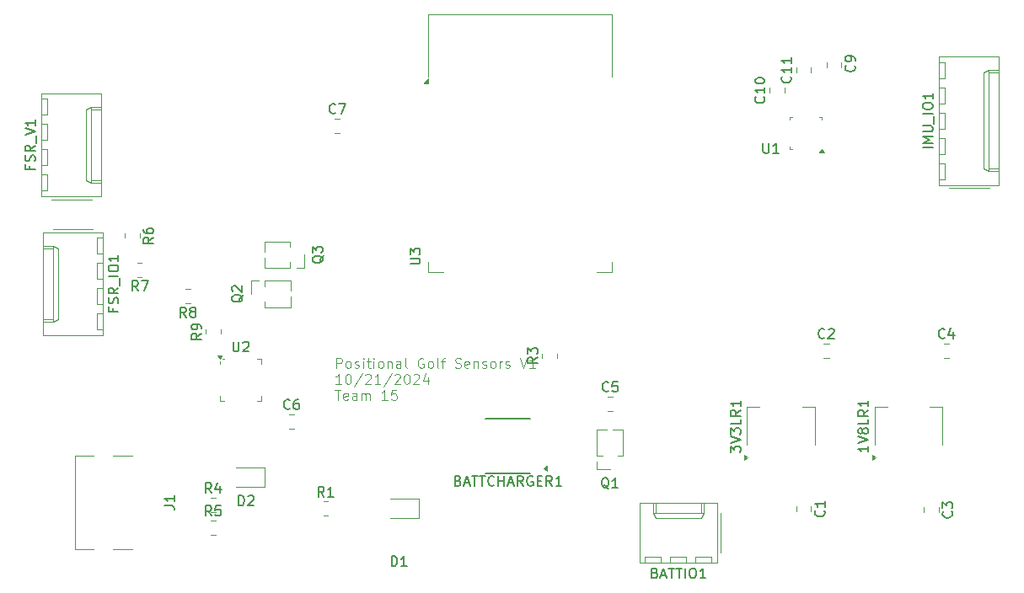
<source format=gbr>
%TF.GenerationSoftware,KiCad,Pcbnew,8.0.5*%
%TF.CreationDate,2024-10-22T09:55:14-05:00*%
%TF.ProjectId,golf_club_draft,676f6c66-5f63-46c7-9562-5f6472616674,rev?*%
%TF.SameCoordinates,Original*%
%TF.FileFunction,Legend,Top*%
%TF.FilePolarity,Positive*%
%FSLAX46Y46*%
G04 Gerber Fmt 4.6, Leading zero omitted, Abs format (unit mm)*
G04 Created by KiCad (PCBNEW 8.0.5) date 2024-10-22 09:55:14*
%MOMM*%
%LPD*%
G01*
G04 APERTURE LIST*
%ADD10C,0.100000*%
%ADD11C,0.150000*%
%ADD12C,0.120000*%
G04 APERTURE END LIST*
D10*
X147623884Y-76789531D02*
X147623884Y-75789531D01*
X147623884Y-75789531D02*
X148004836Y-75789531D01*
X148004836Y-75789531D02*
X148100074Y-75837150D01*
X148100074Y-75837150D02*
X148147693Y-75884769D01*
X148147693Y-75884769D02*
X148195312Y-75980007D01*
X148195312Y-75980007D02*
X148195312Y-76122864D01*
X148195312Y-76122864D02*
X148147693Y-76218102D01*
X148147693Y-76218102D02*
X148100074Y-76265721D01*
X148100074Y-76265721D02*
X148004836Y-76313340D01*
X148004836Y-76313340D02*
X147623884Y-76313340D01*
X148766741Y-76789531D02*
X148671503Y-76741912D01*
X148671503Y-76741912D02*
X148623884Y-76694292D01*
X148623884Y-76694292D02*
X148576265Y-76599054D01*
X148576265Y-76599054D02*
X148576265Y-76313340D01*
X148576265Y-76313340D02*
X148623884Y-76218102D01*
X148623884Y-76218102D02*
X148671503Y-76170483D01*
X148671503Y-76170483D02*
X148766741Y-76122864D01*
X148766741Y-76122864D02*
X148909598Y-76122864D01*
X148909598Y-76122864D02*
X149004836Y-76170483D01*
X149004836Y-76170483D02*
X149052455Y-76218102D01*
X149052455Y-76218102D02*
X149100074Y-76313340D01*
X149100074Y-76313340D02*
X149100074Y-76599054D01*
X149100074Y-76599054D02*
X149052455Y-76694292D01*
X149052455Y-76694292D02*
X149004836Y-76741912D01*
X149004836Y-76741912D02*
X148909598Y-76789531D01*
X148909598Y-76789531D02*
X148766741Y-76789531D01*
X149481027Y-76741912D02*
X149576265Y-76789531D01*
X149576265Y-76789531D02*
X149766741Y-76789531D01*
X149766741Y-76789531D02*
X149861979Y-76741912D01*
X149861979Y-76741912D02*
X149909598Y-76646673D01*
X149909598Y-76646673D02*
X149909598Y-76599054D01*
X149909598Y-76599054D02*
X149861979Y-76503816D01*
X149861979Y-76503816D02*
X149766741Y-76456197D01*
X149766741Y-76456197D02*
X149623884Y-76456197D01*
X149623884Y-76456197D02*
X149528646Y-76408578D01*
X149528646Y-76408578D02*
X149481027Y-76313340D01*
X149481027Y-76313340D02*
X149481027Y-76265721D01*
X149481027Y-76265721D02*
X149528646Y-76170483D01*
X149528646Y-76170483D02*
X149623884Y-76122864D01*
X149623884Y-76122864D02*
X149766741Y-76122864D01*
X149766741Y-76122864D02*
X149861979Y-76170483D01*
X150338170Y-76789531D02*
X150338170Y-76122864D01*
X150338170Y-75789531D02*
X150290551Y-75837150D01*
X150290551Y-75837150D02*
X150338170Y-75884769D01*
X150338170Y-75884769D02*
X150385789Y-75837150D01*
X150385789Y-75837150D02*
X150338170Y-75789531D01*
X150338170Y-75789531D02*
X150338170Y-75884769D01*
X150671503Y-76122864D02*
X151052455Y-76122864D01*
X150814360Y-75789531D02*
X150814360Y-76646673D01*
X150814360Y-76646673D02*
X150861979Y-76741912D01*
X150861979Y-76741912D02*
X150957217Y-76789531D01*
X150957217Y-76789531D02*
X151052455Y-76789531D01*
X151385789Y-76789531D02*
X151385789Y-76122864D01*
X151385789Y-75789531D02*
X151338170Y-75837150D01*
X151338170Y-75837150D02*
X151385789Y-75884769D01*
X151385789Y-75884769D02*
X151433408Y-75837150D01*
X151433408Y-75837150D02*
X151385789Y-75789531D01*
X151385789Y-75789531D02*
X151385789Y-75884769D01*
X152004836Y-76789531D02*
X151909598Y-76741912D01*
X151909598Y-76741912D02*
X151861979Y-76694292D01*
X151861979Y-76694292D02*
X151814360Y-76599054D01*
X151814360Y-76599054D02*
X151814360Y-76313340D01*
X151814360Y-76313340D02*
X151861979Y-76218102D01*
X151861979Y-76218102D02*
X151909598Y-76170483D01*
X151909598Y-76170483D02*
X152004836Y-76122864D01*
X152004836Y-76122864D02*
X152147693Y-76122864D01*
X152147693Y-76122864D02*
X152242931Y-76170483D01*
X152242931Y-76170483D02*
X152290550Y-76218102D01*
X152290550Y-76218102D02*
X152338169Y-76313340D01*
X152338169Y-76313340D02*
X152338169Y-76599054D01*
X152338169Y-76599054D02*
X152290550Y-76694292D01*
X152290550Y-76694292D02*
X152242931Y-76741912D01*
X152242931Y-76741912D02*
X152147693Y-76789531D01*
X152147693Y-76789531D02*
X152004836Y-76789531D01*
X152766741Y-76122864D02*
X152766741Y-76789531D01*
X152766741Y-76218102D02*
X152814360Y-76170483D01*
X152814360Y-76170483D02*
X152909598Y-76122864D01*
X152909598Y-76122864D02*
X153052455Y-76122864D01*
X153052455Y-76122864D02*
X153147693Y-76170483D01*
X153147693Y-76170483D02*
X153195312Y-76265721D01*
X153195312Y-76265721D02*
X153195312Y-76789531D01*
X154100074Y-76789531D02*
X154100074Y-76265721D01*
X154100074Y-76265721D02*
X154052455Y-76170483D01*
X154052455Y-76170483D02*
X153957217Y-76122864D01*
X153957217Y-76122864D02*
X153766741Y-76122864D01*
X153766741Y-76122864D02*
X153671503Y-76170483D01*
X154100074Y-76741912D02*
X154004836Y-76789531D01*
X154004836Y-76789531D02*
X153766741Y-76789531D01*
X153766741Y-76789531D02*
X153671503Y-76741912D01*
X153671503Y-76741912D02*
X153623884Y-76646673D01*
X153623884Y-76646673D02*
X153623884Y-76551435D01*
X153623884Y-76551435D02*
X153671503Y-76456197D01*
X153671503Y-76456197D02*
X153766741Y-76408578D01*
X153766741Y-76408578D02*
X154004836Y-76408578D01*
X154004836Y-76408578D02*
X154100074Y-76360959D01*
X154719122Y-76789531D02*
X154623884Y-76741912D01*
X154623884Y-76741912D02*
X154576265Y-76646673D01*
X154576265Y-76646673D02*
X154576265Y-75789531D01*
X156385789Y-75837150D02*
X156290551Y-75789531D01*
X156290551Y-75789531D02*
X156147694Y-75789531D01*
X156147694Y-75789531D02*
X156004837Y-75837150D01*
X156004837Y-75837150D02*
X155909599Y-75932388D01*
X155909599Y-75932388D02*
X155861980Y-76027626D01*
X155861980Y-76027626D02*
X155814361Y-76218102D01*
X155814361Y-76218102D02*
X155814361Y-76360959D01*
X155814361Y-76360959D02*
X155861980Y-76551435D01*
X155861980Y-76551435D02*
X155909599Y-76646673D01*
X155909599Y-76646673D02*
X156004837Y-76741912D01*
X156004837Y-76741912D02*
X156147694Y-76789531D01*
X156147694Y-76789531D02*
X156242932Y-76789531D01*
X156242932Y-76789531D02*
X156385789Y-76741912D01*
X156385789Y-76741912D02*
X156433408Y-76694292D01*
X156433408Y-76694292D02*
X156433408Y-76360959D01*
X156433408Y-76360959D02*
X156242932Y-76360959D01*
X157004837Y-76789531D02*
X156909599Y-76741912D01*
X156909599Y-76741912D02*
X156861980Y-76694292D01*
X156861980Y-76694292D02*
X156814361Y-76599054D01*
X156814361Y-76599054D02*
X156814361Y-76313340D01*
X156814361Y-76313340D02*
X156861980Y-76218102D01*
X156861980Y-76218102D02*
X156909599Y-76170483D01*
X156909599Y-76170483D02*
X157004837Y-76122864D01*
X157004837Y-76122864D02*
X157147694Y-76122864D01*
X157147694Y-76122864D02*
X157242932Y-76170483D01*
X157242932Y-76170483D02*
X157290551Y-76218102D01*
X157290551Y-76218102D02*
X157338170Y-76313340D01*
X157338170Y-76313340D02*
X157338170Y-76599054D01*
X157338170Y-76599054D02*
X157290551Y-76694292D01*
X157290551Y-76694292D02*
X157242932Y-76741912D01*
X157242932Y-76741912D02*
X157147694Y-76789531D01*
X157147694Y-76789531D02*
X157004837Y-76789531D01*
X157909599Y-76789531D02*
X157814361Y-76741912D01*
X157814361Y-76741912D02*
X157766742Y-76646673D01*
X157766742Y-76646673D02*
X157766742Y-75789531D01*
X158147695Y-76122864D02*
X158528647Y-76122864D01*
X158290552Y-76789531D02*
X158290552Y-75932388D01*
X158290552Y-75932388D02*
X158338171Y-75837150D01*
X158338171Y-75837150D02*
X158433409Y-75789531D01*
X158433409Y-75789531D02*
X158528647Y-75789531D01*
X159576267Y-76741912D02*
X159719124Y-76789531D01*
X159719124Y-76789531D02*
X159957219Y-76789531D01*
X159957219Y-76789531D02*
X160052457Y-76741912D01*
X160052457Y-76741912D02*
X160100076Y-76694292D01*
X160100076Y-76694292D02*
X160147695Y-76599054D01*
X160147695Y-76599054D02*
X160147695Y-76503816D01*
X160147695Y-76503816D02*
X160100076Y-76408578D01*
X160100076Y-76408578D02*
X160052457Y-76360959D01*
X160052457Y-76360959D02*
X159957219Y-76313340D01*
X159957219Y-76313340D02*
X159766743Y-76265721D01*
X159766743Y-76265721D02*
X159671505Y-76218102D01*
X159671505Y-76218102D02*
X159623886Y-76170483D01*
X159623886Y-76170483D02*
X159576267Y-76075245D01*
X159576267Y-76075245D02*
X159576267Y-75980007D01*
X159576267Y-75980007D02*
X159623886Y-75884769D01*
X159623886Y-75884769D02*
X159671505Y-75837150D01*
X159671505Y-75837150D02*
X159766743Y-75789531D01*
X159766743Y-75789531D02*
X160004838Y-75789531D01*
X160004838Y-75789531D02*
X160147695Y-75837150D01*
X160957219Y-76741912D02*
X160861981Y-76789531D01*
X160861981Y-76789531D02*
X160671505Y-76789531D01*
X160671505Y-76789531D02*
X160576267Y-76741912D01*
X160576267Y-76741912D02*
X160528648Y-76646673D01*
X160528648Y-76646673D02*
X160528648Y-76265721D01*
X160528648Y-76265721D02*
X160576267Y-76170483D01*
X160576267Y-76170483D02*
X160671505Y-76122864D01*
X160671505Y-76122864D02*
X160861981Y-76122864D01*
X160861981Y-76122864D02*
X160957219Y-76170483D01*
X160957219Y-76170483D02*
X161004838Y-76265721D01*
X161004838Y-76265721D02*
X161004838Y-76360959D01*
X161004838Y-76360959D02*
X160528648Y-76456197D01*
X161433410Y-76122864D02*
X161433410Y-76789531D01*
X161433410Y-76218102D02*
X161481029Y-76170483D01*
X161481029Y-76170483D02*
X161576267Y-76122864D01*
X161576267Y-76122864D02*
X161719124Y-76122864D01*
X161719124Y-76122864D02*
X161814362Y-76170483D01*
X161814362Y-76170483D02*
X161861981Y-76265721D01*
X161861981Y-76265721D02*
X161861981Y-76789531D01*
X162290553Y-76741912D02*
X162385791Y-76789531D01*
X162385791Y-76789531D02*
X162576267Y-76789531D01*
X162576267Y-76789531D02*
X162671505Y-76741912D01*
X162671505Y-76741912D02*
X162719124Y-76646673D01*
X162719124Y-76646673D02*
X162719124Y-76599054D01*
X162719124Y-76599054D02*
X162671505Y-76503816D01*
X162671505Y-76503816D02*
X162576267Y-76456197D01*
X162576267Y-76456197D02*
X162433410Y-76456197D01*
X162433410Y-76456197D02*
X162338172Y-76408578D01*
X162338172Y-76408578D02*
X162290553Y-76313340D01*
X162290553Y-76313340D02*
X162290553Y-76265721D01*
X162290553Y-76265721D02*
X162338172Y-76170483D01*
X162338172Y-76170483D02*
X162433410Y-76122864D01*
X162433410Y-76122864D02*
X162576267Y-76122864D01*
X162576267Y-76122864D02*
X162671505Y-76170483D01*
X163290553Y-76789531D02*
X163195315Y-76741912D01*
X163195315Y-76741912D02*
X163147696Y-76694292D01*
X163147696Y-76694292D02*
X163100077Y-76599054D01*
X163100077Y-76599054D02*
X163100077Y-76313340D01*
X163100077Y-76313340D02*
X163147696Y-76218102D01*
X163147696Y-76218102D02*
X163195315Y-76170483D01*
X163195315Y-76170483D02*
X163290553Y-76122864D01*
X163290553Y-76122864D02*
X163433410Y-76122864D01*
X163433410Y-76122864D02*
X163528648Y-76170483D01*
X163528648Y-76170483D02*
X163576267Y-76218102D01*
X163576267Y-76218102D02*
X163623886Y-76313340D01*
X163623886Y-76313340D02*
X163623886Y-76599054D01*
X163623886Y-76599054D02*
X163576267Y-76694292D01*
X163576267Y-76694292D02*
X163528648Y-76741912D01*
X163528648Y-76741912D02*
X163433410Y-76789531D01*
X163433410Y-76789531D02*
X163290553Y-76789531D01*
X164052458Y-76789531D02*
X164052458Y-76122864D01*
X164052458Y-76313340D02*
X164100077Y-76218102D01*
X164100077Y-76218102D02*
X164147696Y-76170483D01*
X164147696Y-76170483D02*
X164242934Y-76122864D01*
X164242934Y-76122864D02*
X164338172Y-76122864D01*
X164623887Y-76741912D02*
X164719125Y-76789531D01*
X164719125Y-76789531D02*
X164909601Y-76789531D01*
X164909601Y-76789531D02*
X165004839Y-76741912D01*
X165004839Y-76741912D02*
X165052458Y-76646673D01*
X165052458Y-76646673D02*
X165052458Y-76599054D01*
X165052458Y-76599054D02*
X165004839Y-76503816D01*
X165004839Y-76503816D02*
X164909601Y-76456197D01*
X164909601Y-76456197D02*
X164766744Y-76456197D01*
X164766744Y-76456197D02*
X164671506Y-76408578D01*
X164671506Y-76408578D02*
X164623887Y-76313340D01*
X164623887Y-76313340D02*
X164623887Y-76265721D01*
X164623887Y-76265721D02*
X164671506Y-76170483D01*
X164671506Y-76170483D02*
X164766744Y-76122864D01*
X164766744Y-76122864D02*
X164909601Y-76122864D01*
X164909601Y-76122864D02*
X165004839Y-76170483D01*
X166100078Y-75789531D02*
X166433411Y-76789531D01*
X166433411Y-76789531D02*
X166766744Y-75789531D01*
X167623887Y-76789531D02*
X167052459Y-76789531D01*
X167338173Y-76789531D02*
X167338173Y-75789531D01*
X167338173Y-75789531D02*
X167242935Y-75932388D01*
X167242935Y-75932388D02*
X167147697Y-76027626D01*
X167147697Y-76027626D02*
X167052459Y-76075245D01*
X148147693Y-78399475D02*
X147576265Y-78399475D01*
X147861979Y-78399475D02*
X147861979Y-77399475D01*
X147861979Y-77399475D02*
X147766741Y-77542332D01*
X147766741Y-77542332D02*
X147671503Y-77637570D01*
X147671503Y-77637570D02*
X147576265Y-77685189D01*
X148766741Y-77399475D02*
X148861979Y-77399475D01*
X148861979Y-77399475D02*
X148957217Y-77447094D01*
X148957217Y-77447094D02*
X149004836Y-77494713D01*
X149004836Y-77494713D02*
X149052455Y-77589951D01*
X149052455Y-77589951D02*
X149100074Y-77780427D01*
X149100074Y-77780427D02*
X149100074Y-78018522D01*
X149100074Y-78018522D02*
X149052455Y-78208998D01*
X149052455Y-78208998D02*
X149004836Y-78304236D01*
X149004836Y-78304236D02*
X148957217Y-78351856D01*
X148957217Y-78351856D02*
X148861979Y-78399475D01*
X148861979Y-78399475D02*
X148766741Y-78399475D01*
X148766741Y-78399475D02*
X148671503Y-78351856D01*
X148671503Y-78351856D02*
X148623884Y-78304236D01*
X148623884Y-78304236D02*
X148576265Y-78208998D01*
X148576265Y-78208998D02*
X148528646Y-78018522D01*
X148528646Y-78018522D02*
X148528646Y-77780427D01*
X148528646Y-77780427D02*
X148576265Y-77589951D01*
X148576265Y-77589951D02*
X148623884Y-77494713D01*
X148623884Y-77494713D02*
X148671503Y-77447094D01*
X148671503Y-77447094D02*
X148766741Y-77399475D01*
X150242931Y-77351856D02*
X149385789Y-78637570D01*
X150528646Y-77494713D02*
X150576265Y-77447094D01*
X150576265Y-77447094D02*
X150671503Y-77399475D01*
X150671503Y-77399475D02*
X150909598Y-77399475D01*
X150909598Y-77399475D02*
X151004836Y-77447094D01*
X151004836Y-77447094D02*
X151052455Y-77494713D01*
X151052455Y-77494713D02*
X151100074Y-77589951D01*
X151100074Y-77589951D02*
X151100074Y-77685189D01*
X151100074Y-77685189D02*
X151052455Y-77828046D01*
X151052455Y-77828046D02*
X150481027Y-78399475D01*
X150481027Y-78399475D02*
X151100074Y-78399475D01*
X152052455Y-78399475D02*
X151481027Y-78399475D01*
X151766741Y-78399475D02*
X151766741Y-77399475D01*
X151766741Y-77399475D02*
X151671503Y-77542332D01*
X151671503Y-77542332D02*
X151576265Y-77637570D01*
X151576265Y-77637570D02*
X151481027Y-77685189D01*
X153195312Y-77351856D02*
X152338170Y-78637570D01*
X153481027Y-77494713D02*
X153528646Y-77447094D01*
X153528646Y-77447094D02*
X153623884Y-77399475D01*
X153623884Y-77399475D02*
X153861979Y-77399475D01*
X153861979Y-77399475D02*
X153957217Y-77447094D01*
X153957217Y-77447094D02*
X154004836Y-77494713D01*
X154004836Y-77494713D02*
X154052455Y-77589951D01*
X154052455Y-77589951D02*
X154052455Y-77685189D01*
X154052455Y-77685189D02*
X154004836Y-77828046D01*
X154004836Y-77828046D02*
X153433408Y-78399475D01*
X153433408Y-78399475D02*
X154052455Y-78399475D01*
X154671503Y-77399475D02*
X154766741Y-77399475D01*
X154766741Y-77399475D02*
X154861979Y-77447094D01*
X154861979Y-77447094D02*
X154909598Y-77494713D01*
X154909598Y-77494713D02*
X154957217Y-77589951D01*
X154957217Y-77589951D02*
X155004836Y-77780427D01*
X155004836Y-77780427D02*
X155004836Y-78018522D01*
X155004836Y-78018522D02*
X154957217Y-78208998D01*
X154957217Y-78208998D02*
X154909598Y-78304236D01*
X154909598Y-78304236D02*
X154861979Y-78351856D01*
X154861979Y-78351856D02*
X154766741Y-78399475D01*
X154766741Y-78399475D02*
X154671503Y-78399475D01*
X154671503Y-78399475D02*
X154576265Y-78351856D01*
X154576265Y-78351856D02*
X154528646Y-78304236D01*
X154528646Y-78304236D02*
X154481027Y-78208998D01*
X154481027Y-78208998D02*
X154433408Y-78018522D01*
X154433408Y-78018522D02*
X154433408Y-77780427D01*
X154433408Y-77780427D02*
X154481027Y-77589951D01*
X154481027Y-77589951D02*
X154528646Y-77494713D01*
X154528646Y-77494713D02*
X154576265Y-77447094D01*
X154576265Y-77447094D02*
X154671503Y-77399475D01*
X155385789Y-77494713D02*
X155433408Y-77447094D01*
X155433408Y-77447094D02*
X155528646Y-77399475D01*
X155528646Y-77399475D02*
X155766741Y-77399475D01*
X155766741Y-77399475D02*
X155861979Y-77447094D01*
X155861979Y-77447094D02*
X155909598Y-77494713D01*
X155909598Y-77494713D02*
X155957217Y-77589951D01*
X155957217Y-77589951D02*
X155957217Y-77685189D01*
X155957217Y-77685189D02*
X155909598Y-77828046D01*
X155909598Y-77828046D02*
X155338170Y-78399475D01*
X155338170Y-78399475D02*
X155957217Y-78399475D01*
X156814360Y-77732808D02*
X156814360Y-78399475D01*
X156576265Y-77351856D02*
X156338170Y-78066141D01*
X156338170Y-78066141D02*
X156957217Y-78066141D01*
X147481027Y-79009419D02*
X148052455Y-79009419D01*
X147766741Y-80009419D02*
X147766741Y-79009419D01*
X148766741Y-79961800D02*
X148671503Y-80009419D01*
X148671503Y-80009419D02*
X148481027Y-80009419D01*
X148481027Y-80009419D02*
X148385789Y-79961800D01*
X148385789Y-79961800D02*
X148338170Y-79866561D01*
X148338170Y-79866561D02*
X148338170Y-79485609D01*
X148338170Y-79485609D02*
X148385789Y-79390371D01*
X148385789Y-79390371D02*
X148481027Y-79342752D01*
X148481027Y-79342752D02*
X148671503Y-79342752D01*
X148671503Y-79342752D02*
X148766741Y-79390371D01*
X148766741Y-79390371D02*
X148814360Y-79485609D01*
X148814360Y-79485609D02*
X148814360Y-79580847D01*
X148814360Y-79580847D02*
X148338170Y-79676085D01*
X149671503Y-80009419D02*
X149671503Y-79485609D01*
X149671503Y-79485609D02*
X149623884Y-79390371D01*
X149623884Y-79390371D02*
X149528646Y-79342752D01*
X149528646Y-79342752D02*
X149338170Y-79342752D01*
X149338170Y-79342752D02*
X149242932Y-79390371D01*
X149671503Y-79961800D02*
X149576265Y-80009419D01*
X149576265Y-80009419D02*
X149338170Y-80009419D01*
X149338170Y-80009419D02*
X149242932Y-79961800D01*
X149242932Y-79961800D02*
X149195313Y-79866561D01*
X149195313Y-79866561D02*
X149195313Y-79771323D01*
X149195313Y-79771323D02*
X149242932Y-79676085D01*
X149242932Y-79676085D02*
X149338170Y-79628466D01*
X149338170Y-79628466D02*
X149576265Y-79628466D01*
X149576265Y-79628466D02*
X149671503Y-79580847D01*
X150147694Y-80009419D02*
X150147694Y-79342752D01*
X150147694Y-79437990D02*
X150195313Y-79390371D01*
X150195313Y-79390371D02*
X150290551Y-79342752D01*
X150290551Y-79342752D02*
X150433408Y-79342752D01*
X150433408Y-79342752D02*
X150528646Y-79390371D01*
X150528646Y-79390371D02*
X150576265Y-79485609D01*
X150576265Y-79485609D02*
X150576265Y-80009419D01*
X150576265Y-79485609D02*
X150623884Y-79390371D01*
X150623884Y-79390371D02*
X150719122Y-79342752D01*
X150719122Y-79342752D02*
X150861979Y-79342752D01*
X150861979Y-79342752D02*
X150957218Y-79390371D01*
X150957218Y-79390371D02*
X151004837Y-79485609D01*
X151004837Y-79485609D02*
X151004837Y-80009419D01*
X152766741Y-80009419D02*
X152195313Y-80009419D01*
X152481027Y-80009419D02*
X152481027Y-79009419D01*
X152481027Y-79009419D02*
X152385789Y-79152276D01*
X152385789Y-79152276D02*
X152290551Y-79247514D01*
X152290551Y-79247514D02*
X152195313Y-79295133D01*
X153671503Y-79009419D02*
X153195313Y-79009419D01*
X153195313Y-79009419D02*
X153147694Y-79485609D01*
X153147694Y-79485609D02*
X153195313Y-79437990D01*
X153195313Y-79437990D02*
X153290551Y-79390371D01*
X153290551Y-79390371D02*
X153528646Y-79390371D01*
X153528646Y-79390371D02*
X153623884Y-79437990D01*
X153623884Y-79437990D02*
X153671503Y-79485609D01*
X153671503Y-79485609D02*
X153719122Y-79580847D01*
X153719122Y-79580847D02*
X153719122Y-79818942D01*
X153719122Y-79818942D02*
X153671503Y-79914180D01*
X153671503Y-79914180D02*
X153623884Y-79961800D01*
X153623884Y-79961800D02*
X153528646Y-80009419D01*
X153528646Y-80009419D02*
X153290551Y-80009419D01*
X153290551Y-80009419D02*
X153195313Y-79961800D01*
X153195313Y-79961800D02*
X153147694Y-79914180D01*
D11*
X190576580Y-49537857D02*
X190624200Y-49585476D01*
X190624200Y-49585476D02*
X190671819Y-49728333D01*
X190671819Y-49728333D02*
X190671819Y-49823571D01*
X190671819Y-49823571D02*
X190624200Y-49966428D01*
X190624200Y-49966428D02*
X190528961Y-50061666D01*
X190528961Y-50061666D02*
X190433723Y-50109285D01*
X190433723Y-50109285D02*
X190243247Y-50156904D01*
X190243247Y-50156904D02*
X190100390Y-50156904D01*
X190100390Y-50156904D02*
X189909914Y-50109285D01*
X189909914Y-50109285D02*
X189814676Y-50061666D01*
X189814676Y-50061666D02*
X189719438Y-49966428D01*
X189719438Y-49966428D02*
X189671819Y-49823571D01*
X189671819Y-49823571D02*
X189671819Y-49728333D01*
X189671819Y-49728333D02*
X189719438Y-49585476D01*
X189719438Y-49585476D02*
X189767057Y-49537857D01*
X190671819Y-48585476D02*
X190671819Y-49156904D01*
X190671819Y-48871190D02*
X189671819Y-48871190D01*
X189671819Y-48871190D02*
X189814676Y-48966428D01*
X189814676Y-48966428D02*
X189909914Y-49061666D01*
X189909914Y-49061666D02*
X189957533Y-49156904D01*
X189671819Y-47966428D02*
X189671819Y-47871190D01*
X189671819Y-47871190D02*
X189719438Y-47775952D01*
X189719438Y-47775952D02*
X189767057Y-47728333D01*
X189767057Y-47728333D02*
X189862295Y-47680714D01*
X189862295Y-47680714D02*
X190052771Y-47633095D01*
X190052771Y-47633095D02*
X190290866Y-47633095D01*
X190290866Y-47633095D02*
X190481342Y-47680714D01*
X190481342Y-47680714D02*
X190576580Y-47728333D01*
X190576580Y-47728333D02*
X190624200Y-47775952D01*
X190624200Y-47775952D02*
X190671819Y-47871190D01*
X190671819Y-47871190D02*
X190671819Y-47966428D01*
X190671819Y-47966428D02*
X190624200Y-48061666D01*
X190624200Y-48061666D02*
X190576580Y-48109285D01*
X190576580Y-48109285D02*
X190481342Y-48156904D01*
X190481342Y-48156904D02*
X190290866Y-48204523D01*
X190290866Y-48204523D02*
X190052771Y-48204523D01*
X190052771Y-48204523D02*
X189862295Y-48156904D01*
X189862295Y-48156904D02*
X189767057Y-48109285D01*
X189767057Y-48109285D02*
X189719438Y-48061666D01*
X189719438Y-48061666D02*
X189671819Y-47966428D01*
X137818905Y-90623819D02*
X137818905Y-89623819D01*
X137818905Y-89623819D02*
X138057000Y-89623819D01*
X138057000Y-89623819D02*
X138199857Y-89671438D01*
X138199857Y-89671438D02*
X138295095Y-89766676D01*
X138295095Y-89766676D02*
X138342714Y-89861914D01*
X138342714Y-89861914D02*
X138390333Y-90052390D01*
X138390333Y-90052390D02*
X138390333Y-90195247D01*
X138390333Y-90195247D02*
X138342714Y-90385723D01*
X138342714Y-90385723D02*
X138295095Y-90480961D01*
X138295095Y-90480961D02*
X138199857Y-90576200D01*
X138199857Y-90576200D02*
X138057000Y-90623819D01*
X138057000Y-90623819D02*
X137818905Y-90623819D01*
X138771286Y-89719057D02*
X138818905Y-89671438D01*
X138818905Y-89671438D02*
X138914143Y-89623819D01*
X138914143Y-89623819D02*
X139152238Y-89623819D01*
X139152238Y-89623819D02*
X139247476Y-89671438D01*
X139247476Y-89671438D02*
X139295095Y-89719057D01*
X139295095Y-89719057D02*
X139342714Y-89814295D01*
X139342714Y-89814295D02*
X139342714Y-89909533D01*
X139342714Y-89909533D02*
X139295095Y-90052390D01*
X139295095Y-90052390D02*
X138723667Y-90623819D01*
X138723667Y-90623819D02*
X139342714Y-90623819D01*
X175012761Y-88923057D02*
X174917523Y-88875438D01*
X174917523Y-88875438D02*
X174822285Y-88780200D01*
X174822285Y-88780200D02*
X174679428Y-88637342D01*
X174679428Y-88637342D02*
X174584190Y-88589723D01*
X174584190Y-88589723D02*
X174488952Y-88589723D01*
X174536571Y-88827819D02*
X174441333Y-88780200D01*
X174441333Y-88780200D02*
X174346095Y-88684961D01*
X174346095Y-88684961D02*
X174298476Y-88494485D01*
X174298476Y-88494485D02*
X174298476Y-88161152D01*
X174298476Y-88161152D02*
X174346095Y-87970676D01*
X174346095Y-87970676D02*
X174441333Y-87875438D01*
X174441333Y-87875438D02*
X174536571Y-87827819D01*
X174536571Y-87827819D02*
X174727047Y-87827819D01*
X174727047Y-87827819D02*
X174822285Y-87875438D01*
X174822285Y-87875438D02*
X174917523Y-87970676D01*
X174917523Y-87970676D02*
X174965142Y-88161152D01*
X174965142Y-88161152D02*
X174965142Y-88494485D01*
X174965142Y-88494485D02*
X174917523Y-88684961D01*
X174917523Y-88684961D02*
X174822285Y-88780200D01*
X174822285Y-88780200D02*
X174727047Y-88827819D01*
X174727047Y-88827819D02*
X174536571Y-88827819D01*
X175917523Y-88827819D02*
X175346095Y-88827819D01*
X175631809Y-88827819D02*
X175631809Y-87827819D01*
X175631809Y-87827819D02*
X175536571Y-87970676D01*
X175536571Y-87970676D02*
X175441333Y-88065914D01*
X175441333Y-88065914D02*
X175346095Y-88113533D01*
X135088333Y-91641819D02*
X134755000Y-91165628D01*
X134516905Y-91641819D02*
X134516905Y-90641819D01*
X134516905Y-90641819D02*
X134897857Y-90641819D01*
X134897857Y-90641819D02*
X134993095Y-90689438D01*
X134993095Y-90689438D02*
X135040714Y-90737057D01*
X135040714Y-90737057D02*
X135088333Y-90832295D01*
X135088333Y-90832295D02*
X135088333Y-90975152D01*
X135088333Y-90975152D02*
X135040714Y-91070390D01*
X135040714Y-91070390D02*
X134993095Y-91118009D01*
X134993095Y-91118009D02*
X134897857Y-91165628D01*
X134897857Y-91165628D02*
X134516905Y-91165628D01*
X135993095Y-90641819D02*
X135516905Y-90641819D01*
X135516905Y-90641819D02*
X135469286Y-91118009D01*
X135469286Y-91118009D02*
X135516905Y-91070390D01*
X135516905Y-91070390D02*
X135612143Y-91022771D01*
X135612143Y-91022771D02*
X135850238Y-91022771D01*
X135850238Y-91022771D02*
X135945476Y-91070390D01*
X135945476Y-91070390D02*
X135993095Y-91118009D01*
X135993095Y-91118009D02*
X136040714Y-91213247D01*
X136040714Y-91213247D02*
X136040714Y-91451342D01*
X136040714Y-91451342D02*
X135993095Y-91546580D01*
X135993095Y-91546580D02*
X135945476Y-91594200D01*
X135945476Y-91594200D02*
X135850238Y-91641819D01*
X135850238Y-91641819D02*
X135612143Y-91641819D01*
X135612143Y-91641819D02*
X135516905Y-91594200D01*
X135516905Y-91594200D02*
X135469286Y-91546580D01*
X116842009Y-56475047D02*
X116842009Y-56808380D01*
X117365819Y-56808380D02*
X116365819Y-56808380D01*
X116365819Y-56808380D02*
X116365819Y-56332190D01*
X117318200Y-55998856D02*
X117365819Y-55855999D01*
X117365819Y-55855999D02*
X117365819Y-55617904D01*
X117365819Y-55617904D02*
X117318200Y-55522666D01*
X117318200Y-55522666D02*
X117270580Y-55475047D01*
X117270580Y-55475047D02*
X117175342Y-55427428D01*
X117175342Y-55427428D02*
X117080104Y-55427428D01*
X117080104Y-55427428D02*
X116984866Y-55475047D01*
X116984866Y-55475047D02*
X116937247Y-55522666D01*
X116937247Y-55522666D02*
X116889628Y-55617904D01*
X116889628Y-55617904D02*
X116842009Y-55808380D01*
X116842009Y-55808380D02*
X116794390Y-55903618D01*
X116794390Y-55903618D02*
X116746771Y-55951237D01*
X116746771Y-55951237D02*
X116651533Y-55998856D01*
X116651533Y-55998856D02*
X116556295Y-55998856D01*
X116556295Y-55998856D02*
X116461057Y-55951237D01*
X116461057Y-55951237D02*
X116413438Y-55903618D01*
X116413438Y-55903618D02*
X116365819Y-55808380D01*
X116365819Y-55808380D02*
X116365819Y-55570285D01*
X116365819Y-55570285D02*
X116413438Y-55427428D01*
X117365819Y-54427428D02*
X116889628Y-54760761D01*
X117365819Y-54998856D02*
X116365819Y-54998856D01*
X116365819Y-54998856D02*
X116365819Y-54617904D01*
X116365819Y-54617904D02*
X116413438Y-54522666D01*
X116413438Y-54522666D02*
X116461057Y-54475047D01*
X116461057Y-54475047D02*
X116556295Y-54427428D01*
X116556295Y-54427428D02*
X116699152Y-54427428D01*
X116699152Y-54427428D02*
X116794390Y-54475047D01*
X116794390Y-54475047D02*
X116842009Y-54522666D01*
X116842009Y-54522666D02*
X116889628Y-54617904D01*
X116889628Y-54617904D02*
X116889628Y-54998856D01*
X117461057Y-54236952D02*
X117461057Y-53475047D01*
X116365819Y-53379808D02*
X117365819Y-53046475D01*
X117365819Y-53046475D02*
X116365819Y-52713142D01*
X117365819Y-51855999D02*
X117365819Y-52427427D01*
X117365819Y-52141713D02*
X116365819Y-52141713D01*
X116365819Y-52141713D02*
X116508676Y-52236951D01*
X116508676Y-52236951D02*
X116603914Y-52332189D01*
X116603914Y-52332189D02*
X116651533Y-52427427D01*
X153185905Y-96720819D02*
X153185905Y-95720819D01*
X153185905Y-95720819D02*
X153424000Y-95720819D01*
X153424000Y-95720819D02*
X153566857Y-95768438D01*
X153566857Y-95768438D02*
X153662095Y-95863676D01*
X153662095Y-95863676D02*
X153709714Y-95958914D01*
X153709714Y-95958914D02*
X153757333Y-96149390D01*
X153757333Y-96149390D02*
X153757333Y-96292247D01*
X153757333Y-96292247D02*
X153709714Y-96482723D01*
X153709714Y-96482723D02*
X153662095Y-96577961D01*
X153662095Y-96577961D02*
X153566857Y-96673200D01*
X153566857Y-96673200D02*
X153424000Y-96720819D01*
X153424000Y-96720819D02*
X153185905Y-96720819D01*
X154709714Y-96720819D02*
X154138286Y-96720819D01*
X154424000Y-96720819D02*
X154424000Y-95720819D01*
X154424000Y-95720819D02*
X154328762Y-95863676D01*
X154328762Y-95863676D02*
X154233524Y-95958914D01*
X154233524Y-95958914D02*
X154138286Y-96006533D01*
X146322057Y-65500238D02*
X146274438Y-65595476D01*
X146274438Y-65595476D02*
X146179200Y-65690714D01*
X146179200Y-65690714D02*
X146036342Y-65833571D01*
X146036342Y-65833571D02*
X145988723Y-65928809D01*
X145988723Y-65928809D02*
X145988723Y-66024047D01*
X146226819Y-65976428D02*
X146179200Y-66071666D01*
X146179200Y-66071666D02*
X146083961Y-66166904D01*
X146083961Y-66166904D02*
X145893485Y-66214523D01*
X145893485Y-66214523D02*
X145560152Y-66214523D01*
X145560152Y-66214523D02*
X145369676Y-66166904D01*
X145369676Y-66166904D02*
X145274438Y-66071666D01*
X145274438Y-66071666D02*
X145226819Y-65976428D01*
X145226819Y-65976428D02*
X145226819Y-65785952D01*
X145226819Y-65785952D02*
X145274438Y-65690714D01*
X145274438Y-65690714D02*
X145369676Y-65595476D01*
X145369676Y-65595476D02*
X145560152Y-65547857D01*
X145560152Y-65547857D02*
X145893485Y-65547857D01*
X145893485Y-65547857D02*
X146083961Y-65595476D01*
X146083961Y-65595476D02*
X146179200Y-65690714D01*
X146179200Y-65690714D02*
X146226819Y-65785952D01*
X146226819Y-65785952D02*
X146226819Y-65976428D01*
X145226819Y-65214523D02*
X145226819Y-64595476D01*
X145226819Y-64595476D02*
X145607771Y-64928809D01*
X145607771Y-64928809D02*
X145607771Y-64785952D01*
X145607771Y-64785952D02*
X145655390Y-64690714D01*
X145655390Y-64690714D02*
X145703009Y-64643095D01*
X145703009Y-64643095D02*
X145798247Y-64595476D01*
X145798247Y-64595476D02*
X146036342Y-64595476D01*
X146036342Y-64595476D02*
X146131580Y-64643095D01*
X146131580Y-64643095D02*
X146179200Y-64690714D01*
X146179200Y-64690714D02*
X146226819Y-64785952D01*
X146226819Y-64785952D02*
X146226819Y-65071666D01*
X146226819Y-65071666D02*
X146179200Y-65166904D01*
X146179200Y-65166904D02*
X146131580Y-65214523D01*
X167841819Y-75731666D02*
X167365628Y-76064999D01*
X167841819Y-76303094D02*
X166841819Y-76303094D01*
X166841819Y-76303094D02*
X166841819Y-75922142D01*
X166841819Y-75922142D02*
X166889438Y-75826904D01*
X166889438Y-75826904D02*
X166937057Y-75779285D01*
X166937057Y-75779285D02*
X167032295Y-75731666D01*
X167032295Y-75731666D02*
X167175152Y-75731666D01*
X167175152Y-75731666D02*
X167270390Y-75779285D01*
X167270390Y-75779285D02*
X167318009Y-75826904D01*
X167318009Y-75826904D02*
X167365628Y-75922142D01*
X167365628Y-75922142D02*
X167365628Y-76303094D01*
X166841819Y-75398332D02*
X166841819Y-74779285D01*
X166841819Y-74779285D02*
X167222771Y-75112618D01*
X167222771Y-75112618D02*
X167222771Y-74969761D01*
X167222771Y-74969761D02*
X167270390Y-74874523D01*
X167270390Y-74874523D02*
X167318009Y-74826904D01*
X167318009Y-74826904D02*
X167413247Y-74779285D01*
X167413247Y-74779285D02*
X167651342Y-74779285D01*
X167651342Y-74779285D02*
X167746580Y-74826904D01*
X167746580Y-74826904D02*
X167794200Y-74874523D01*
X167794200Y-74874523D02*
X167841819Y-74969761D01*
X167841819Y-74969761D02*
X167841819Y-75255475D01*
X167841819Y-75255475D02*
X167794200Y-75350713D01*
X167794200Y-75350713D02*
X167746580Y-75398332D01*
X199651580Y-46373166D02*
X199699200Y-46420785D01*
X199699200Y-46420785D02*
X199746819Y-46563642D01*
X199746819Y-46563642D02*
X199746819Y-46658880D01*
X199746819Y-46658880D02*
X199699200Y-46801737D01*
X199699200Y-46801737D02*
X199603961Y-46896975D01*
X199603961Y-46896975D02*
X199508723Y-46944594D01*
X199508723Y-46944594D02*
X199318247Y-46992213D01*
X199318247Y-46992213D02*
X199175390Y-46992213D01*
X199175390Y-46992213D02*
X198984914Y-46944594D01*
X198984914Y-46944594D02*
X198889676Y-46896975D01*
X198889676Y-46896975D02*
X198794438Y-46801737D01*
X198794438Y-46801737D02*
X198746819Y-46658880D01*
X198746819Y-46658880D02*
X198746819Y-46563642D01*
X198746819Y-46563642D02*
X198794438Y-46420785D01*
X198794438Y-46420785D02*
X198842057Y-46373166D01*
X199746819Y-45896975D02*
X199746819Y-45706499D01*
X199746819Y-45706499D02*
X199699200Y-45611261D01*
X199699200Y-45611261D02*
X199651580Y-45563642D01*
X199651580Y-45563642D02*
X199508723Y-45468404D01*
X199508723Y-45468404D02*
X199318247Y-45420785D01*
X199318247Y-45420785D02*
X198937295Y-45420785D01*
X198937295Y-45420785D02*
X198842057Y-45468404D01*
X198842057Y-45468404D02*
X198794438Y-45516023D01*
X198794438Y-45516023D02*
X198746819Y-45611261D01*
X198746819Y-45611261D02*
X198746819Y-45801737D01*
X198746819Y-45801737D02*
X198794438Y-45896975D01*
X198794438Y-45896975D02*
X198842057Y-45944594D01*
X198842057Y-45944594D02*
X198937295Y-45992213D01*
X198937295Y-45992213D02*
X199175390Y-45992213D01*
X199175390Y-45992213D02*
X199270628Y-45944594D01*
X199270628Y-45944594D02*
X199318247Y-45896975D01*
X199318247Y-45896975D02*
X199365866Y-45801737D01*
X199365866Y-45801737D02*
X199365866Y-45611261D01*
X199365866Y-45611261D02*
X199318247Y-45516023D01*
X199318247Y-45516023D02*
X199270628Y-45468404D01*
X199270628Y-45468404D02*
X199175390Y-45420785D01*
X147534333Y-51130580D02*
X147486714Y-51178200D01*
X147486714Y-51178200D02*
X147343857Y-51225819D01*
X147343857Y-51225819D02*
X147248619Y-51225819D01*
X147248619Y-51225819D02*
X147105762Y-51178200D01*
X147105762Y-51178200D02*
X147010524Y-51082961D01*
X147010524Y-51082961D02*
X146962905Y-50987723D01*
X146962905Y-50987723D02*
X146915286Y-50797247D01*
X146915286Y-50797247D02*
X146915286Y-50654390D01*
X146915286Y-50654390D02*
X146962905Y-50463914D01*
X146962905Y-50463914D02*
X147010524Y-50368676D01*
X147010524Y-50368676D02*
X147105762Y-50273438D01*
X147105762Y-50273438D02*
X147248619Y-50225819D01*
X147248619Y-50225819D02*
X147343857Y-50225819D01*
X147343857Y-50225819D02*
X147486714Y-50273438D01*
X147486714Y-50273438D02*
X147534333Y-50321057D01*
X147867667Y-50225819D02*
X148534333Y-50225819D01*
X148534333Y-50225819D02*
X148105762Y-51225819D01*
X196603580Y-91120166D02*
X196651200Y-91167785D01*
X196651200Y-91167785D02*
X196698819Y-91310642D01*
X196698819Y-91310642D02*
X196698819Y-91405880D01*
X196698819Y-91405880D02*
X196651200Y-91548737D01*
X196651200Y-91548737D02*
X196555961Y-91643975D01*
X196555961Y-91643975D02*
X196460723Y-91691594D01*
X196460723Y-91691594D02*
X196270247Y-91739213D01*
X196270247Y-91739213D02*
X196127390Y-91739213D01*
X196127390Y-91739213D02*
X195936914Y-91691594D01*
X195936914Y-91691594D02*
X195841676Y-91643975D01*
X195841676Y-91643975D02*
X195746438Y-91548737D01*
X195746438Y-91548737D02*
X195698819Y-91405880D01*
X195698819Y-91405880D02*
X195698819Y-91310642D01*
X195698819Y-91310642D02*
X195746438Y-91167785D01*
X195746438Y-91167785D02*
X195794057Y-91120166D01*
X196698819Y-90167785D02*
X196698819Y-90739213D01*
X196698819Y-90453499D02*
X195698819Y-90453499D01*
X195698819Y-90453499D02*
X195841676Y-90548737D01*
X195841676Y-90548737D02*
X195936914Y-90643975D01*
X195936914Y-90643975D02*
X195984533Y-90739213D01*
X208748333Y-73736580D02*
X208700714Y-73784200D01*
X208700714Y-73784200D02*
X208557857Y-73831819D01*
X208557857Y-73831819D02*
X208462619Y-73831819D01*
X208462619Y-73831819D02*
X208319762Y-73784200D01*
X208319762Y-73784200D02*
X208224524Y-73688961D01*
X208224524Y-73688961D02*
X208176905Y-73593723D01*
X208176905Y-73593723D02*
X208129286Y-73403247D01*
X208129286Y-73403247D02*
X208129286Y-73260390D01*
X208129286Y-73260390D02*
X208176905Y-73069914D01*
X208176905Y-73069914D02*
X208224524Y-72974676D01*
X208224524Y-72974676D02*
X208319762Y-72879438D01*
X208319762Y-72879438D02*
X208462619Y-72831819D01*
X208462619Y-72831819D02*
X208557857Y-72831819D01*
X208557857Y-72831819D02*
X208700714Y-72879438D01*
X208700714Y-72879438D02*
X208748333Y-72927057D01*
X209605476Y-73165152D02*
X209605476Y-73831819D01*
X209367381Y-72784200D02*
X209129286Y-73498485D01*
X209129286Y-73498485D02*
X209748333Y-73498485D01*
X125209009Y-70778380D02*
X125209009Y-71111713D01*
X125732819Y-71111713D02*
X124732819Y-71111713D01*
X124732819Y-71111713D02*
X124732819Y-70635523D01*
X125685200Y-70302189D02*
X125732819Y-70159332D01*
X125732819Y-70159332D02*
X125732819Y-69921237D01*
X125732819Y-69921237D02*
X125685200Y-69825999D01*
X125685200Y-69825999D02*
X125637580Y-69778380D01*
X125637580Y-69778380D02*
X125542342Y-69730761D01*
X125542342Y-69730761D02*
X125447104Y-69730761D01*
X125447104Y-69730761D02*
X125351866Y-69778380D01*
X125351866Y-69778380D02*
X125304247Y-69825999D01*
X125304247Y-69825999D02*
X125256628Y-69921237D01*
X125256628Y-69921237D02*
X125209009Y-70111713D01*
X125209009Y-70111713D02*
X125161390Y-70206951D01*
X125161390Y-70206951D02*
X125113771Y-70254570D01*
X125113771Y-70254570D02*
X125018533Y-70302189D01*
X125018533Y-70302189D02*
X124923295Y-70302189D01*
X124923295Y-70302189D02*
X124828057Y-70254570D01*
X124828057Y-70254570D02*
X124780438Y-70206951D01*
X124780438Y-70206951D02*
X124732819Y-70111713D01*
X124732819Y-70111713D02*
X124732819Y-69873618D01*
X124732819Y-69873618D02*
X124780438Y-69730761D01*
X125732819Y-68730761D02*
X125256628Y-69064094D01*
X125732819Y-69302189D02*
X124732819Y-69302189D01*
X124732819Y-69302189D02*
X124732819Y-68921237D01*
X124732819Y-68921237D02*
X124780438Y-68825999D01*
X124780438Y-68825999D02*
X124828057Y-68778380D01*
X124828057Y-68778380D02*
X124923295Y-68730761D01*
X124923295Y-68730761D02*
X125066152Y-68730761D01*
X125066152Y-68730761D02*
X125161390Y-68778380D01*
X125161390Y-68778380D02*
X125209009Y-68825999D01*
X125209009Y-68825999D02*
X125256628Y-68921237D01*
X125256628Y-68921237D02*
X125256628Y-69302189D01*
X125828057Y-68540285D02*
X125828057Y-67778380D01*
X125732819Y-67540284D02*
X124732819Y-67540284D01*
X124732819Y-66873618D02*
X124732819Y-66683142D01*
X124732819Y-66683142D02*
X124780438Y-66587904D01*
X124780438Y-66587904D02*
X124875676Y-66492666D01*
X124875676Y-66492666D02*
X125066152Y-66445047D01*
X125066152Y-66445047D02*
X125399485Y-66445047D01*
X125399485Y-66445047D02*
X125589961Y-66492666D01*
X125589961Y-66492666D02*
X125685200Y-66587904D01*
X125685200Y-66587904D02*
X125732819Y-66683142D01*
X125732819Y-66683142D02*
X125732819Y-66873618D01*
X125732819Y-66873618D02*
X125685200Y-66968856D01*
X125685200Y-66968856D02*
X125589961Y-67064094D01*
X125589961Y-67064094D02*
X125399485Y-67111713D01*
X125399485Y-67111713D02*
X125066152Y-67111713D01*
X125066152Y-67111713D02*
X124875676Y-67064094D01*
X124875676Y-67064094D02*
X124780438Y-66968856D01*
X124780438Y-66968856D02*
X124732819Y-66873618D01*
X125732819Y-65492666D02*
X125732819Y-66064094D01*
X125732819Y-65778380D02*
X124732819Y-65778380D01*
X124732819Y-65778380D02*
X124875676Y-65873618D01*
X124875676Y-65873618D02*
X124970914Y-65968856D01*
X124970914Y-65968856D02*
X125018533Y-66064094D01*
X127706333Y-69033819D02*
X127373000Y-68557628D01*
X127134905Y-69033819D02*
X127134905Y-68033819D01*
X127134905Y-68033819D02*
X127515857Y-68033819D01*
X127515857Y-68033819D02*
X127611095Y-68081438D01*
X127611095Y-68081438D02*
X127658714Y-68129057D01*
X127658714Y-68129057D02*
X127706333Y-68224295D01*
X127706333Y-68224295D02*
X127706333Y-68367152D01*
X127706333Y-68367152D02*
X127658714Y-68462390D01*
X127658714Y-68462390D02*
X127611095Y-68510009D01*
X127611095Y-68510009D02*
X127515857Y-68557628D01*
X127515857Y-68557628D02*
X127134905Y-68557628D01*
X128039667Y-68033819D02*
X128706333Y-68033819D01*
X128706333Y-68033819D02*
X128277762Y-69033819D01*
X159872999Y-88117509D02*
X160015856Y-88165128D01*
X160015856Y-88165128D02*
X160063475Y-88212747D01*
X160063475Y-88212747D02*
X160111094Y-88307985D01*
X160111094Y-88307985D02*
X160111094Y-88450842D01*
X160111094Y-88450842D02*
X160063475Y-88546080D01*
X160063475Y-88546080D02*
X160015856Y-88593700D01*
X160015856Y-88593700D02*
X159920618Y-88641319D01*
X159920618Y-88641319D02*
X159539666Y-88641319D01*
X159539666Y-88641319D02*
X159539666Y-87641319D01*
X159539666Y-87641319D02*
X159872999Y-87641319D01*
X159872999Y-87641319D02*
X159968237Y-87688938D01*
X159968237Y-87688938D02*
X160015856Y-87736557D01*
X160015856Y-87736557D02*
X160063475Y-87831795D01*
X160063475Y-87831795D02*
X160063475Y-87927033D01*
X160063475Y-87927033D02*
X160015856Y-88022271D01*
X160015856Y-88022271D02*
X159968237Y-88069890D01*
X159968237Y-88069890D02*
X159872999Y-88117509D01*
X159872999Y-88117509D02*
X159539666Y-88117509D01*
X160492047Y-88355604D02*
X160968237Y-88355604D01*
X160396809Y-88641319D02*
X160730142Y-87641319D01*
X160730142Y-87641319D02*
X161063475Y-88641319D01*
X161253952Y-87641319D02*
X161825380Y-87641319D01*
X161539666Y-88641319D02*
X161539666Y-87641319D01*
X162015857Y-87641319D02*
X162587285Y-87641319D01*
X162301571Y-88641319D02*
X162301571Y-87641319D01*
X163492047Y-88546080D02*
X163444428Y-88593700D01*
X163444428Y-88593700D02*
X163301571Y-88641319D01*
X163301571Y-88641319D02*
X163206333Y-88641319D01*
X163206333Y-88641319D02*
X163063476Y-88593700D01*
X163063476Y-88593700D02*
X162968238Y-88498461D01*
X162968238Y-88498461D02*
X162920619Y-88403223D01*
X162920619Y-88403223D02*
X162873000Y-88212747D01*
X162873000Y-88212747D02*
X162873000Y-88069890D01*
X162873000Y-88069890D02*
X162920619Y-87879414D01*
X162920619Y-87879414D02*
X162968238Y-87784176D01*
X162968238Y-87784176D02*
X163063476Y-87688938D01*
X163063476Y-87688938D02*
X163206333Y-87641319D01*
X163206333Y-87641319D02*
X163301571Y-87641319D01*
X163301571Y-87641319D02*
X163444428Y-87688938D01*
X163444428Y-87688938D02*
X163492047Y-87736557D01*
X163920619Y-88641319D02*
X163920619Y-87641319D01*
X163920619Y-88117509D02*
X164492047Y-88117509D01*
X164492047Y-88641319D02*
X164492047Y-87641319D01*
X164920619Y-88355604D02*
X165396809Y-88355604D01*
X164825381Y-88641319D02*
X165158714Y-87641319D01*
X165158714Y-87641319D02*
X165492047Y-88641319D01*
X166396809Y-88641319D02*
X166063476Y-88165128D01*
X165825381Y-88641319D02*
X165825381Y-87641319D01*
X165825381Y-87641319D02*
X166206333Y-87641319D01*
X166206333Y-87641319D02*
X166301571Y-87688938D01*
X166301571Y-87688938D02*
X166349190Y-87736557D01*
X166349190Y-87736557D02*
X166396809Y-87831795D01*
X166396809Y-87831795D02*
X166396809Y-87974652D01*
X166396809Y-87974652D02*
X166349190Y-88069890D01*
X166349190Y-88069890D02*
X166301571Y-88117509D01*
X166301571Y-88117509D02*
X166206333Y-88165128D01*
X166206333Y-88165128D02*
X165825381Y-88165128D01*
X167349190Y-87688938D02*
X167253952Y-87641319D01*
X167253952Y-87641319D02*
X167111095Y-87641319D01*
X167111095Y-87641319D02*
X166968238Y-87688938D01*
X166968238Y-87688938D02*
X166873000Y-87784176D01*
X166873000Y-87784176D02*
X166825381Y-87879414D01*
X166825381Y-87879414D02*
X166777762Y-88069890D01*
X166777762Y-88069890D02*
X166777762Y-88212747D01*
X166777762Y-88212747D02*
X166825381Y-88403223D01*
X166825381Y-88403223D02*
X166873000Y-88498461D01*
X166873000Y-88498461D02*
X166968238Y-88593700D01*
X166968238Y-88593700D02*
X167111095Y-88641319D01*
X167111095Y-88641319D02*
X167206333Y-88641319D01*
X167206333Y-88641319D02*
X167349190Y-88593700D01*
X167349190Y-88593700D02*
X167396809Y-88546080D01*
X167396809Y-88546080D02*
X167396809Y-88212747D01*
X167396809Y-88212747D02*
X167206333Y-88212747D01*
X167825381Y-88117509D02*
X168158714Y-88117509D01*
X168301571Y-88641319D02*
X167825381Y-88641319D01*
X167825381Y-88641319D02*
X167825381Y-87641319D01*
X167825381Y-87641319D02*
X168301571Y-87641319D01*
X169301571Y-88641319D02*
X168968238Y-88165128D01*
X168730143Y-88641319D02*
X168730143Y-87641319D01*
X168730143Y-87641319D02*
X169111095Y-87641319D01*
X169111095Y-87641319D02*
X169206333Y-87688938D01*
X169206333Y-87688938D02*
X169253952Y-87736557D01*
X169253952Y-87736557D02*
X169301571Y-87831795D01*
X169301571Y-87831795D02*
X169301571Y-87974652D01*
X169301571Y-87974652D02*
X169253952Y-88069890D01*
X169253952Y-88069890D02*
X169206333Y-88117509D01*
X169206333Y-88117509D02*
X169111095Y-88165128D01*
X169111095Y-88165128D02*
X168730143Y-88165128D01*
X170253952Y-88641319D02*
X169682524Y-88641319D01*
X169968238Y-88641319D02*
X169968238Y-87641319D01*
X169968238Y-87641319D02*
X169873000Y-87784176D01*
X169873000Y-87784176D02*
X169777762Y-87879414D01*
X169777762Y-87879414D02*
X169682524Y-87927033D01*
X187232819Y-85271047D02*
X187232819Y-84652000D01*
X187232819Y-84652000D02*
X187613771Y-84985333D01*
X187613771Y-84985333D02*
X187613771Y-84842476D01*
X187613771Y-84842476D02*
X187661390Y-84747238D01*
X187661390Y-84747238D02*
X187709009Y-84699619D01*
X187709009Y-84699619D02*
X187804247Y-84652000D01*
X187804247Y-84652000D02*
X188042342Y-84652000D01*
X188042342Y-84652000D02*
X188137580Y-84699619D01*
X188137580Y-84699619D02*
X188185200Y-84747238D01*
X188185200Y-84747238D02*
X188232819Y-84842476D01*
X188232819Y-84842476D02*
X188232819Y-85128190D01*
X188232819Y-85128190D02*
X188185200Y-85223428D01*
X188185200Y-85223428D02*
X188137580Y-85271047D01*
X187232819Y-84366285D02*
X188232819Y-84032952D01*
X188232819Y-84032952D02*
X187232819Y-83699619D01*
X187232819Y-83461523D02*
X187232819Y-82842476D01*
X187232819Y-82842476D02*
X187613771Y-83175809D01*
X187613771Y-83175809D02*
X187613771Y-83032952D01*
X187613771Y-83032952D02*
X187661390Y-82937714D01*
X187661390Y-82937714D02*
X187709009Y-82890095D01*
X187709009Y-82890095D02*
X187804247Y-82842476D01*
X187804247Y-82842476D02*
X188042342Y-82842476D01*
X188042342Y-82842476D02*
X188137580Y-82890095D01*
X188137580Y-82890095D02*
X188185200Y-82937714D01*
X188185200Y-82937714D02*
X188232819Y-83032952D01*
X188232819Y-83032952D02*
X188232819Y-83318666D01*
X188232819Y-83318666D02*
X188185200Y-83413904D01*
X188185200Y-83413904D02*
X188137580Y-83461523D01*
X188232819Y-81937714D02*
X188232819Y-82413904D01*
X188232819Y-82413904D02*
X187232819Y-82413904D01*
X188232819Y-81032952D02*
X187756628Y-81366285D01*
X188232819Y-81604380D02*
X187232819Y-81604380D01*
X187232819Y-81604380D02*
X187232819Y-81223428D01*
X187232819Y-81223428D02*
X187280438Y-81128190D01*
X187280438Y-81128190D02*
X187328057Y-81080571D01*
X187328057Y-81080571D02*
X187423295Y-81032952D01*
X187423295Y-81032952D02*
X187566152Y-81032952D01*
X187566152Y-81032952D02*
X187661390Y-81080571D01*
X187661390Y-81080571D02*
X187709009Y-81128190D01*
X187709009Y-81128190D02*
X187756628Y-81223428D01*
X187756628Y-81223428D02*
X187756628Y-81604380D01*
X188232819Y-80080571D02*
X188232819Y-80651999D01*
X188232819Y-80366285D02*
X187232819Y-80366285D01*
X187232819Y-80366285D02*
X187375676Y-80461523D01*
X187375676Y-80461523D02*
X187470914Y-80556761D01*
X187470914Y-80556761D02*
X187518533Y-80651999D01*
X129231819Y-63666666D02*
X128755628Y-63999999D01*
X129231819Y-64238094D02*
X128231819Y-64238094D01*
X128231819Y-64238094D02*
X128231819Y-63857142D01*
X128231819Y-63857142D02*
X128279438Y-63761904D01*
X128279438Y-63761904D02*
X128327057Y-63714285D01*
X128327057Y-63714285D02*
X128422295Y-63666666D01*
X128422295Y-63666666D02*
X128565152Y-63666666D01*
X128565152Y-63666666D02*
X128660390Y-63714285D01*
X128660390Y-63714285D02*
X128708009Y-63761904D01*
X128708009Y-63761904D02*
X128755628Y-63857142D01*
X128755628Y-63857142D02*
X128755628Y-64238094D01*
X128231819Y-62809523D02*
X128231819Y-62999999D01*
X128231819Y-62999999D02*
X128279438Y-63095237D01*
X128279438Y-63095237D02*
X128327057Y-63142856D01*
X128327057Y-63142856D02*
X128469914Y-63238094D01*
X128469914Y-63238094D02*
X128660390Y-63285713D01*
X128660390Y-63285713D02*
X129041342Y-63285713D01*
X129041342Y-63285713D02*
X129136580Y-63238094D01*
X129136580Y-63238094D02*
X129184200Y-63190475D01*
X129184200Y-63190475D02*
X129231819Y-63095237D01*
X129231819Y-63095237D02*
X129231819Y-62904761D01*
X129231819Y-62904761D02*
X129184200Y-62809523D01*
X129184200Y-62809523D02*
X129136580Y-62761904D01*
X129136580Y-62761904D02*
X129041342Y-62714285D01*
X129041342Y-62714285D02*
X128803247Y-62714285D01*
X128803247Y-62714285D02*
X128708009Y-62761904D01*
X128708009Y-62761904D02*
X128660390Y-62809523D01*
X128660390Y-62809523D02*
X128612771Y-62904761D01*
X128612771Y-62904761D02*
X128612771Y-63095237D01*
X128612771Y-63095237D02*
X128660390Y-63190475D01*
X128660390Y-63190475D02*
X128708009Y-63238094D01*
X128708009Y-63238094D02*
X128803247Y-63285713D01*
X209430580Y-91225666D02*
X209478200Y-91273285D01*
X209478200Y-91273285D02*
X209525819Y-91416142D01*
X209525819Y-91416142D02*
X209525819Y-91511380D01*
X209525819Y-91511380D02*
X209478200Y-91654237D01*
X209478200Y-91654237D02*
X209382961Y-91749475D01*
X209382961Y-91749475D02*
X209287723Y-91797094D01*
X209287723Y-91797094D02*
X209097247Y-91844713D01*
X209097247Y-91844713D02*
X208954390Y-91844713D01*
X208954390Y-91844713D02*
X208763914Y-91797094D01*
X208763914Y-91797094D02*
X208668676Y-91749475D01*
X208668676Y-91749475D02*
X208573438Y-91654237D01*
X208573438Y-91654237D02*
X208525819Y-91511380D01*
X208525819Y-91511380D02*
X208525819Y-91416142D01*
X208525819Y-91416142D02*
X208573438Y-91273285D01*
X208573438Y-91273285D02*
X208621057Y-91225666D01*
X208525819Y-90892332D02*
X208525819Y-90273285D01*
X208525819Y-90273285D02*
X208906771Y-90606618D01*
X208906771Y-90606618D02*
X208906771Y-90463761D01*
X208906771Y-90463761D02*
X208954390Y-90368523D01*
X208954390Y-90368523D02*
X209002009Y-90320904D01*
X209002009Y-90320904D02*
X209097247Y-90273285D01*
X209097247Y-90273285D02*
X209335342Y-90273285D01*
X209335342Y-90273285D02*
X209430580Y-90320904D01*
X209430580Y-90320904D02*
X209478200Y-90368523D01*
X209478200Y-90368523D02*
X209525819Y-90463761D01*
X209525819Y-90463761D02*
X209525819Y-90749475D01*
X209525819Y-90749475D02*
X209478200Y-90844713D01*
X209478200Y-90844713D02*
X209430580Y-90892332D01*
X201059819Y-84652000D02*
X201059819Y-85223428D01*
X201059819Y-84937714D02*
X200059819Y-84937714D01*
X200059819Y-84937714D02*
X200202676Y-85032952D01*
X200202676Y-85032952D02*
X200297914Y-85128190D01*
X200297914Y-85128190D02*
X200345533Y-85223428D01*
X200059819Y-84366285D02*
X201059819Y-84032952D01*
X201059819Y-84032952D02*
X200059819Y-83699619D01*
X200488390Y-83223428D02*
X200440771Y-83318666D01*
X200440771Y-83318666D02*
X200393152Y-83366285D01*
X200393152Y-83366285D02*
X200297914Y-83413904D01*
X200297914Y-83413904D02*
X200250295Y-83413904D01*
X200250295Y-83413904D02*
X200155057Y-83366285D01*
X200155057Y-83366285D02*
X200107438Y-83318666D01*
X200107438Y-83318666D02*
X200059819Y-83223428D01*
X200059819Y-83223428D02*
X200059819Y-83032952D01*
X200059819Y-83032952D02*
X200107438Y-82937714D01*
X200107438Y-82937714D02*
X200155057Y-82890095D01*
X200155057Y-82890095D02*
X200250295Y-82842476D01*
X200250295Y-82842476D02*
X200297914Y-82842476D01*
X200297914Y-82842476D02*
X200393152Y-82890095D01*
X200393152Y-82890095D02*
X200440771Y-82937714D01*
X200440771Y-82937714D02*
X200488390Y-83032952D01*
X200488390Y-83032952D02*
X200488390Y-83223428D01*
X200488390Y-83223428D02*
X200536009Y-83318666D01*
X200536009Y-83318666D02*
X200583628Y-83366285D01*
X200583628Y-83366285D02*
X200678866Y-83413904D01*
X200678866Y-83413904D02*
X200869342Y-83413904D01*
X200869342Y-83413904D02*
X200964580Y-83366285D01*
X200964580Y-83366285D02*
X201012200Y-83318666D01*
X201012200Y-83318666D02*
X201059819Y-83223428D01*
X201059819Y-83223428D02*
X201059819Y-83032952D01*
X201059819Y-83032952D02*
X201012200Y-82937714D01*
X201012200Y-82937714D02*
X200964580Y-82890095D01*
X200964580Y-82890095D02*
X200869342Y-82842476D01*
X200869342Y-82842476D02*
X200678866Y-82842476D01*
X200678866Y-82842476D02*
X200583628Y-82890095D01*
X200583628Y-82890095D02*
X200536009Y-82937714D01*
X200536009Y-82937714D02*
X200488390Y-83032952D01*
X201059819Y-81937714D02*
X201059819Y-82413904D01*
X201059819Y-82413904D02*
X200059819Y-82413904D01*
X201059819Y-81032952D02*
X200583628Y-81366285D01*
X201059819Y-81604380D02*
X200059819Y-81604380D01*
X200059819Y-81604380D02*
X200059819Y-81223428D01*
X200059819Y-81223428D02*
X200107438Y-81128190D01*
X200107438Y-81128190D02*
X200155057Y-81080571D01*
X200155057Y-81080571D02*
X200250295Y-81032952D01*
X200250295Y-81032952D02*
X200393152Y-81032952D01*
X200393152Y-81032952D02*
X200488390Y-81080571D01*
X200488390Y-81080571D02*
X200536009Y-81128190D01*
X200536009Y-81128190D02*
X200583628Y-81223428D01*
X200583628Y-81223428D02*
X200583628Y-81604380D01*
X201059819Y-80080571D02*
X201059819Y-80651999D01*
X201059819Y-80366285D02*
X200059819Y-80366285D01*
X200059819Y-80366285D02*
X200202676Y-80461523D01*
X200202676Y-80461523D02*
X200297914Y-80556761D01*
X200297914Y-80556761D02*
X200345533Y-80651999D01*
X155043819Y-66340904D02*
X155853342Y-66340904D01*
X155853342Y-66340904D02*
X155948580Y-66293285D01*
X155948580Y-66293285D02*
X155996200Y-66245666D01*
X155996200Y-66245666D02*
X156043819Y-66150428D01*
X156043819Y-66150428D02*
X156043819Y-65959952D01*
X156043819Y-65959952D02*
X155996200Y-65864714D01*
X155996200Y-65864714D02*
X155948580Y-65817095D01*
X155948580Y-65817095D02*
X155853342Y-65769476D01*
X155853342Y-65769476D02*
X155043819Y-65769476D01*
X155043819Y-65388523D02*
X155043819Y-64769476D01*
X155043819Y-64769476D02*
X155424771Y-65102809D01*
X155424771Y-65102809D02*
X155424771Y-64959952D01*
X155424771Y-64959952D02*
X155472390Y-64864714D01*
X155472390Y-64864714D02*
X155520009Y-64817095D01*
X155520009Y-64817095D02*
X155615247Y-64769476D01*
X155615247Y-64769476D02*
X155853342Y-64769476D01*
X155853342Y-64769476D02*
X155948580Y-64817095D01*
X155948580Y-64817095D02*
X155996200Y-64864714D01*
X155996200Y-64864714D02*
X156043819Y-64959952D01*
X156043819Y-64959952D02*
X156043819Y-65245666D01*
X156043819Y-65245666D02*
X155996200Y-65340904D01*
X155996200Y-65340904D02*
X155948580Y-65388523D01*
X179633857Y-97396009D02*
X179776714Y-97443628D01*
X179776714Y-97443628D02*
X179824333Y-97491247D01*
X179824333Y-97491247D02*
X179871952Y-97586485D01*
X179871952Y-97586485D02*
X179871952Y-97729342D01*
X179871952Y-97729342D02*
X179824333Y-97824580D01*
X179824333Y-97824580D02*
X179776714Y-97872200D01*
X179776714Y-97872200D02*
X179681476Y-97919819D01*
X179681476Y-97919819D02*
X179300524Y-97919819D01*
X179300524Y-97919819D02*
X179300524Y-96919819D01*
X179300524Y-96919819D02*
X179633857Y-96919819D01*
X179633857Y-96919819D02*
X179729095Y-96967438D01*
X179729095Y-96967438D02*
X179776714Y-97015057D01*
X179776714Y-97015057D02*
X179824333Y-97110295D01*
X179824333Y-97110295D02*
X179824333Y-97205533D01*
X179824333Y-97205533D02*
X179776714Y-97300771D01*
X179776714Y-97300771D02*
X179729095Y-97348390D01*
X179729095Y-97348390D02*
X179633857Y-97396009D01*
X179633857Y-97396009D02*
X179300524Y-97396009D01*
X180252905Y-97634104D02*
X180729095Y-97634104D01*
X180157667Y-97919819D02*
X180491000Y-96919819D01*
X180491000Y-96919819D02*
X180824333Y-97919819D01*
X181014810Y-96919819D02*
X181586238Y-96919819D01*
X181300524Y-97919819D02*
X181300524Y-96919819D01*
X181776715Y-96919819D02*
X182348143Y-96919819D01*
X182062429Y-97919819D02*
X182062429Y-96919819D01*
X182681477Y-97919819D02*
X182681477Y-96919819D01*
X183348143Y-96919819D02*
X183538619Y-96919819D01*
X183538619Y-96919819D02*
X183633857Y-96967438D01*
X183633857Y-96967438D02*
X183729095Y-97062676D01*
X183729095Y-97062676D02*
X183776714Y-97253152D01*
X183776714Y-97253152D02*
X183776714Y-97586485D01*
X183776714Y-97586485D02*
X183729095Y-97776961D01*
X183729095Y-97776961D02*
X183633857Y-97872200D01*
X183633857Y-97872200D02*
X183538619Y-97919819D01*
X183538619Y-97919819D02*
X183348143Y-97919819D01*
X183348143Y-97919819D02*
X183252905Y-97872200D01*
X183252905Y-97872200D02*
X183157667Y-97776961D01*
X183157667Y-97776961D02*
X183110048Y-97586485D01*
X183110048Y-97586485D02*
X183110048Y-97253152D01*
X183110048Y-97253152D02*
X183157667Y-97062676D01*
X183157667Y-97062676D02*
X183252905Y-96967438D01*
X183252905Y-96967438D02*
X183348143Y-96919819D01*
X184729095Y-97919819D02*
X184157667Y-97919819D01*
X184443381Y-97919819D02*
X184443381Y-96919819D01*
X184443381Y-96919819D02*
X184348143Y-97062676D01*
X184348143Y-97062676D02*
X184252905Y-97157914D01*
X184252905Y-97157914D02*
X184157667Y-97205533D01*
X146391333Y-89736819D02*
X146058000Y-89260628D01*
X145819905Y-89736819D02*
X145819905Y-88736819D01*
X145819905Y-88736819D02*
X146200857Y-88736819D01*
X146200857Y-88736819D02*
X146296095Y-88784438D01*
X146296095Y-88784438D02*
X146343714Y-88832057D01*
X146343714Y-88832057D02*
X146391333Y-88927295D01*
X146391333Y-88927295D02*
X146391333Y-89070152D01*
X146391333Y-89070152D02*
X146343714Y-89165390D01*
X146343714Y-89165390D02*
X146296095Y-89213009D01*
X146296095Y-89213009D02*
X146200857Y-89260628D01*
X146200857Y-89260628D02*
X145819905Y-89260628D01*
X147343714Y-89736819D02*
X146772286Y-89736819D01*
X147058000Y-89736819D02*
X147058000Y-88736819D01*
X147058000Y-88736819D02*
X146962762Y-88879676D01*
X146962762Y-88879676D02*
X146867524Y-88974914D01*
X146867524Y-88974914D02*
X146772286Y-89022533D01*
X207535819Y-54657284D02*
X206535819Y-54657284D01*
X207535819Y-54181094D02*
X206535819Y-54181094D01*
X206535819Y-54181094D02*
X207250104Y-53847761D01*
X207250104Y-53847761D02*
X206535819Y-53514428D01*
X206535819Y-53514428D02*
X207535819Y-53514428D01*
X206535819Y-53038237D02*
X207345342Y-53038237D01*
X207345342Y-53038237D02*
X207440580Y-52990618D01*
X207440580Y-52990618D02*
X207488200Y-52942999D01*
X207488200Y-52942999D02*
X207535819Y-52847761D01*
X207535819Y-52847761D02*
X207535819Y-52657285D01*
X207535819Y-52657285D02*
X207488200Y-52562047D01*
X207488200Y-52562047D02*
X207440580Y-52514428D01*
X207440580Y-52514428D02*
X207345342Y-52466809D01*
X207345342Y-52466809D02*
X206535819Y-52466809D01*
X207631057Y-52228714D02*
X207631057Y-51466809D01*
X207535819Y-51228713D02*
X206535819Y-51228713D01*
X206535819Y-50562047D02*
X206535819Y-50371571D01*
X206535819Y-50371571D02*
X206583438Y-50276333D01*
X206583438Y-50276333D02*
X206678676Y-50181095D01*
X206678676Y-50181095D02*
X206869152Y-50133476D01*
X206869152Y-50133476D02*
X207202485Y-50133476D01*
X207202485Y-50133476D02*
X207392961Y-50181095D01*
X207392961Y-50181095D02*
X207488200Y-50276333D01*
X207488200Y-50276333D02*
X207535819Y-50371571D01*
X207535819Y-50371571D02*
X207535819Y-50562047D01*
X207535819Y-50562047D02*
X207488200Y-50657285D01*
X207488200Y-50657285D02*
X207392961Y-50752523D01*
X207392961Y-50752523D02*
X207202485Y-50800142D01*
X207202485Y-50800142D02*
X206869152Y-50800142D01*
X206869152Y-50800142D02*
X206678676Y-50752523D01*
X206678676Y-50752523D02*
X206583438Y-50657285D01*
X206583438Y-50657285D02*
X206535819Y-50562047D01*
X207535819Y-49181095D02*
X207535819Y-49752523D01*
X207535819Y-49466809D02*
X206535819Y-49466809D01*
X206535819Y-49466809D02*
X206678676Y-49562047D01*
X206678676Y-49562047D02*
X206773914Y-49657285D01*
X206773914Y-49657285D02*
X206821533Y-49752523D01*
X135088333Y-89355819D02*
X134755000Y-88879628D01*
X134516905Y-89355819D02*
X134516905Y-88355819D01*
X134516905Y-88355819D02*
X134897857Y-88355819D01*
X134897857Y-88355819D02*
X134993095Y-88403438D01*
X134993095Y-88403438D02*
X135040714Y-88451057D01*
X135040714Y-88451057D02*
X135088333Y-88546295D01*
X135088333Y-88546295D02*
X135088333Y-88689152D01*
X135088333Y-88689152D02*
X135040714Y-88784390D01*
X135040714Y-88784390D02*
X134993095Y-88832009D01*
X134993095Y-88832009D02*
X134897857Y-88879628D01*
X134897857Y-88879628D02*
X134516905Y-88879628D01*
X135945476Y-88689152D02*
X135945476Y-89355819D01*
X135707381Y-88308200D02*
X135469286Y-89022485D01*
X135469286Y-89022485D02*
X136088333Y-89022485D01*
X132548333Y-71700819D02*
X132215000Y-71224628D01*
X131976905Y-71700819D02*
X131976905Y-70700819D01*
X131976905Y-70700819D02*
X132357857Y-70700819D01*
X132357857Y-70700819D02*
X132453095Y-70748438D01*
X132453095Y-70748438D02*
X132500714Y-70796057D01*
X132500714Y-70796057D02*
X132548333Y-70891295D01*
X132548333Y-70891295D02*
X132548333Y-71034152D01*
X132548333Y-71034152D02*
X132500714Y-71129390D01*
X132500714Y-71129390D02*
X132453095Y-71177009D01*
X132453095Y-71177009D02*
X132357857Y-71224628D01*
X132357857Y-71224628D02*
X131976905Y-71224628D01*
X133119762Y-71129390D02*
X133024524Y-71081771D01*
X133024524Y-71081771D02*
X132976905Y-71034152D01*
X132976905Y-71034152D02*
X132929286Y-70938914D01*
X132929286Y-70938914D02*
X132929286Y-70891295D01*
X132929286Y-70891295D02*
X132976905Y-70796057D01*
X132976905Y-70796057D02*
X133024524Y-70748438D01*
X133024524Y-70748438D02*
X133119762Y-70700819D01*
X133119762Y-70700819D02*
X133310238Y-70700819D01*
X133310238Y-70700819D02*
X133405476Y-70748438D01*
X133405476Y-70748438D02*
X133453095Y-70796057D01*
X133453095Y-70796057D02*
X133500714Y-70891295D01*
X133500714Y-70891295D02*
X133500714Y-70938914D01*
X133500714Y-70938914D02*
X133453095Y-71034152D01*
X133453095Y-71034152D02*
X133405476Y-71081771D01*
X133405476Y-71081771D02*
X133310238Y-71129390D01*
X133310238Y-71129390D02*
X133119762Y-71129390D01*
X133119762Y-71129390D02*
X133024524Y-71177009D01*
X133024524Y-71177009D02*
X132976905Y-71224628D01*
X132976905Y-71224628D02*
X132929286Y-71319866D01*
X132929286Y-71319866D02*
X132929286Y-71510342D01*
X132929286Y-71510342D02*
X132976905Y-71605580D01*
X132976905Y-71605580D02*
X133024524Y-71653200D01*
X133024524Y-71653200D02*
X133119762Y-71700819D01*
X133119762Y-71700819D02*
X133310238Y-71700819D01*
X133310238Y-71700819D02*
X133405476Y-71653200D01*
X133405476Y-71653200D02*
X133453095Y-71605580D01*
X133453095Y-71605580D02*
X133500714Y-71510342D01*
X133500714Y-71510342D02*
X133500714Y-71319866D01*
X133500714Y-71319866D02*
X133453095Y-71224628D01*
X133453095Y-71224628D02*
X133405476Y-71177009D01*
X133405476Y-71177009D02*
X133310238Y-71129390D01*
X134059819Y-73318666D02*
X133583628Y-73651999D01*
X134059819Y-73890094D02*
X133059819Y-73890094D01*
X133059819Y-73890094D02*
X133059819Y-73509142D01*
X133059819Y-73509142D02*
X133107438Y-73413904D01*
X133107438Y-73413904D02*
X133155057Y-73366285D01*
X133155057Y-73366285D02*
X133250295Y-73318666D01*
X133250295Y-73318666D02*
X133393152Y-73318666D01*
X133393152Y-73318666D02*
X133488390Y-73366285D01*
X133488390Y-73366285D02*
X133536009Y-73413904D01*
X133536009Y-73413904D02*
X133583628Y-73509142D01*
X133583628Y-73509142D02*
X133583628Y-73890094D01*
X134059819Y-72842475D02*
X134059819Y-72651999D01*
X134059819Y-72651999D02*
X134012200Y-72556761D01*
X134012200Y-72556761D02*
X133964580Y-72509142D01*
X133964580Y-72509142D02*
X133821723Y-72413904D01*
X133821723Y-72413904D02*
X133631247Y-72366285D01*
X133631247Y-72366285D02*
X133250295Y-72366285D01*
X133250295Y-72366285D02*
X133155057Y-72413904D01*
X133155057Y-72413904D02*
X133107438Y-72461523D01*
X133107438Y-72461523D02*
X133059819Y-72556761D01*
X133059819Y-72556761D02*
X133059819Y-72747237D01*
X133059819Y-72747237D02*
X133107438Y-72842475D01*
X133107438Y-72842475D02*
X133155057Y-72890094D01*
X133155057Y-72890094D02*
X133250295Y-72937713D01*
X133250295Y-72937713D02*
X133488390Y-72937713D01*
X133488390Y-72937713D02*
X133583628Y-72890094D01*
X133583628Y-72890094D02*
X133631247Y-72842475D01*
X133631247Y-72842475D02*
X133678866Y-72747237D01*
X133678866Y-72747237D02*
X133678866Y-72556761D01*
X133678866Y-72556761D02*
X133631247Y-72461523D01*
X133631247Y-72461523D02*
X133583628Y-72413904D01*
X133583628Y-72413904D02*
X133488390Y-72366285D01*
X137254595Y-74152819D02*
X137254595Y-74962342D01*
X137254595Y-74962342D02*
X137302214Y-75057580D01*
X137302214Y-75057580D02*
X137349833Y-75105200D01*
X137349833Y-75105200D02*
X137445071Y-75152819D01*
X137445071Y-75152819D02*
X137635547Y-75152819D01*
X137635547Y-75152819D02*
X137730785Y-75105200D01*
X137730785Y-75105200D02*
X137778404Y-75057580D01*
X137778404Y-75057580D02*
X137826023Y-74962342D01*
X137826023Y-74962342D02*
X137826023Y-74152819D01*
X138254595Y-74248057D02*
X138302214Y-74200438D01*
X138302214Y-74200438D02*
X138397452Y-74152819D01*
X138397452Y-74152819D02*
X138635547Y-74152819D01*
X138635547Y-74152819D02*
X138730785Y-74200438D01*
X138730785Y-74200438D02*
X138778404Y-74248057D01*
X138778404Y-74248057D02*
X138826023Y-74343295D01*
X138826023Y-74343295D02*
X138826023Y-74438533D01*
X138826023Y-74438533D02*
X138778404Y-74581390D01*
X138778404Y-74581390D02*
X138206976Y-75152819D01*
X138206976Y-75152819D02*
X138826023Y-75152819D01*
X196683333Y-73736580D02*
X196635714Y-73784200D01*
X196635714Y-73784200D02*
X196492857Y-73831819D01*
X196492857Y-73831819D02*
X196397619Y-73831819D01*
X196397619Y-73831819D02*
X196254762Y-73784200D01*
X196254762Y-73784200D02*
X196159524Y-73688961D01*
X196159524Y-73688961D02*
X196111905Y-73593723D01*
X196111905Y-73593723D02*
X196064286Y-73403247D01*
X196064286Y-73403247D02*
X196064286Y-73260390D01*
X196064286Y-73260390D02*
X196111905Y-73069914D01*
X196111905Y-73069914D02*
X196159524Y-72974676D01*
X196159524Y-72974676D02*
X196254762Y-72879438D01*
X196254762Y-72879438D02*
X196397619Y-72831819D01*
X196397619Y-72831819D02*
X196492857Y-72831819D01*
X196492857Y-72831819D02*
X196635714Y-72879438D01*
X196635714Y-72879438D02*
X196683333Y-72927057D01*
X197064286Y-72927057D02*
X197111905Y-72879438D01*
X197111905Y-72879438D02*
X197207143Y-72831819D01*
X197207143Y-72831819D02*
X197445238Y-72831819D01*
X197445238Y-72831819D02*
X197540476Y-72879438D01*
X197540476Y-72879438D02*
X197588095Y-72927057D01*
X197588095Y-72927057D02*
X197635714Y-73022295D01*
X197635714Y-73022295D02*
X197635714Y-73117533D01*
X197635714Y-73117533D02*
X197588095Y-73260390D01*
X197588095Y-73260390D02*
X197016667Y-73831819D01*
X197016667Y-73831819D02*
X197635714Y-73831819D01*
X190500095Y-54191819D02*
X190500095Y-55001342D01*
X190500095Y-55001342D02*
X190547714Y-55096580D01*
X190547714Y-55096580D02*
X190595333Y-55144200D01*
X190595333Y-55144200D02*
X190690571Y-55191819D01*
X190690571Y-55191819D02*
X190881047Y-55191819D01*
X190881047Y-55191819D02*
X190976285Y-55144200D01*
X190976285Y-55144200D02*
X191023904Y-55096580D01*
X191023904Y-55096580D02*
X191071523Y-55001342D01*
X191071523Y-55001342D02*
X191071523Y-54191819D01*
X192071523Y-55191819D02*
X191500095Y-55191819D01*
X191785809Y-55191819D02*
X191785809Y-54191819D01*
X191785809Y-54191819D02*
X191690571Y-54334676D01*
X191690571Y-54334676D02*
X191595333Y-54429914D01*
X191595333Y-54429914D02*
X191500095Y-54477533D01*
X138242057Y-69437238D02*
X138194438Y-69532476D01*
X138194438Y-69532476D02*
X138099200Y-69627714D01*
X138099200Y-69627714D02*
X137956342Y-69770571D01*
X137956342Y-69770571D02*
X137908723Y-69865809D01*
X137908723Y-69865809D02*
X137908723Y-69961047D01*
X138146819Y-69913428D02*
X138099200Y-70008666D01*
X138099200Y-70008666D02*
X138003961Y-70103904D01*
X138003961Y-70103904D02*
X137813485Y-70151523D01*
X137813485Y-70151523D02*
X137480152Y-70151523D01*
X137480152Y-70151523D02*
X137289676Y-70103904D01*
X137289676Y-70103904D02*
X137194438Y-70008666D01*
X137194438Y-70008666D02*
X137146819Y-69913428D01*
X137146819Y-69913428D02*
X137146819Y-69722952D01*
X137146819Y-69722952D02*
X137194438Y-69627714D01*
X137194438Y-69627714D02*
X137289676Y-69532476D01*
X137289676Y-69532476D02*
X137480152Y-69484857D01*
X137480152Y-69484857D02*
X137813485Y-69484857D01*
X137813485Y-69484857D02*
X138003961Y-69532476D01*
X138003961Y-69532476D02*
X138099200Y-69627714D01*
X138099200Y-69627714D02*
X138146819Y-69722952D01*
X138146819Y-69722952D02*
X138146819Y-69913428D01*
X137242057Y-69103904D02*
X137194438Y-69056285D01*
X137194438Y-69056285D02*
X137146819Y-68961047D01*
X137146819Y-68961047D02*
X137146819Y-68722952D01*
X137146819Y-68722952D02*
X137194438Y-68627714D01*
X137194438Y-68627714D02*
X137242057Y-68580095D01*
X137242057Y-68580095D02*
X137337295Y-68532476D01*
X137337295Y-68532476D02*
X137432533Y-68532476D01*
X137432533Y-68532476D02*
X137575390Y-68580095D01*
X137575390Y-68580095D02*
X138146819Y-69151523D01*
X138146819Y-69151523D02*
X138146819Y-68532476D01*
X142962333Y-80848580D02*
X142914714Y-80896200D01*
X142914714Y-80896200D02*
X142771857Y-80943819D01*
X142771857Y-80943819D02*
X142676619Y-80943819D01*
X142676619Y-80943819D02*
X142533762Y-80896200D01*
X142533762Y-80896200D02*
X142438524Y-80800961D01*
X142438524Y-80800961D02*
X142390905Y-80705723D01*
X142390905Y-80705723D02*
X142343286Y-80515247D01*
X142343286Y-80515247D02*
X142343286Y-80372390D01*
X142343286Y-80372390D02*
X142390905Y-80181914D01*
X142390905Y-80181914D02*
X142438524Y-80086676D01*
X142438524Y-80086676D02*
X142533762Y-79991438D01*
X142533762Y-79991438D02*
X142676619Y-79943819D01*
X142676619Y-79943819D02*
X142771857Y-79943819D01*
X142771857Y-79943819D02*
X142914714Y-79991438D01*
X142914714Y-79991438D02*
X142962333Y-80039057D01*
X143819476Y-79943819D02*
X143629000Y-79943819D01*
X143629000Y-79943819D02*
X143533762Y-79991438D01*
X143533762Y-79991438D02*
X143486143Y-80039057D01*
X143486143Y-80039057D02*
X143390905Y-80181914D01*
X143390905Y-80181914D02*
X143343286Y-80372390D01*
X143343286Y-80372390D02*
X143343286Y-80753342D01*
X143343286Y-80753342D02*
X143390905Y-80848580D01*
X143390905Y-80848580D02*
X143438524Y-80896200D01*
X143438524Y-80896200D02*
X143533762Y-80943819D01*
X143533762Y-80943819D02*
X143724238Y-80943819D01*
X143724238Y-80943819D02*
X143819476Y-80896200D01*
X143819476Y-80896200D02*
X143867095Y-80848580D01*
X143867095Y-80848580D02*
X143914714Y-80753342D01*
X143914714Y-80753342D02*
X143914714Y-80515247D01*
X143914714Y-80515247D02*
X143867095Y-80420009D01*
X143867095Y-80420009D02*
X143819476Y-80372390D01*
X143819476Y-80372390D02*
X143724238Y-80324771D01*
X143724238Y-80324771D02*
X143533762Y-80324771D01*
X143533762Y-80324771D02*
X143438524Y-80372390D01*
X143438524Y-80372390D02*
X143390905Y-80420009D01*
X143390905Y-80420009D02*
X143343286Y-80515247D01*
X193243580Y-47505857D02*
X193291200Y-47553476D01*
X193291200Y-47553476D02*
X193338819Y-47696333D01*
X193338819Y-47696333D02*
X193338819Y-47791571D01*
X193338819Y-47791571D02*
X193291200Y-47934428D01*
X193291200Y-47934428D02*
X193195961Y-48029666D01*
X193195961Y-48029666D02*
X193100723Y-48077285D01*
X193100723Y-48077285D02*
X192910247Y-48124904D01*
X192910247Y-48124904D02*
X192767390Y-48124904D01*
X192767390Y-48124904D02*
X192576914Y-48077285D01*
X192576914Y-48077285D02*
X192481676Y-48029666D01*
X192481676Y-48029666D02*
X192386438Y-47934428D01*
X192386438Y-47934428D02*
X192338819Y-47791571D01*
X192338819Y-47791571D02*
X192338819Y-47696333D01*
X192338819Y-47696333D02*
X192386438Y-47553476D01*
X192386438Y-47553476D02*
X192434057Y-47505857D01*
X193338819Y-46553476D02*
X193338819Y-47124904D01*
X193338819Y-46839190D02*
X192338819Y-46839190D01*
X192338819Y-46839190D02*
X192481676Y-46934428D01*
X192481676Y-46934428D02*
X192576914Y-47029666D01*
X192576914Y-47029666D02*
X192624533Y-47124904D01*
X193338819Y-45601095D02*
X193338819Y-46172523D01*
X193338819Y-45886809D02*
X192338819Y-45886809D01*
X192338819Y-45886809D02*
X192481676Y-45982047D01*
X192481676Y-45982047D02*
X192576914Y-46077285D01*
X192576914Y-46077285D02*
X192624533Y-46172523D01*
X174966333Y-79070580D02*
X174918714Y-79118200D01*
X174918714Y-79118200D02*
X174775857Y-79165819D01*
X174775857Y-79165819D02*
X174680619Y-79165819D01*
X174680619Y-79165819D02*
X174537762Y-79118200D01*
X174537762Y-79118200D02*
X174442524Y-79022961D01*
X174442524Y-79022961D02*
X174394905Y-78927723D01*
X174394905Y-78927723D02*
X174347286Y-78737247D01*
X174347286Y-78737247D02*
X174347286Y-78594390D01*
X174347286Y-78594390D02*
X174394905Y-78403914D01*
X174394905Y-78403914D02*
X174442524Y-78308676D01*
X174442524Y-78308676D02*
X174537762Y-78213438D01*
X174537762Y-78213438D02*
X174680619Y-78165819D01*
X174680619Y-78165819D02*
X174775857Y-78165819D01*
X174775857Y-78165819D02*
X174918714Y-78213438D01*
X174918714Y-78213438D02*
X174966333Y-78261057D01*
X175871095Y-78165819D02*
X175394905Y-78165819D01*
X175394905Y-78165819D02*
X175347286Y-78642009D01*
X175347286Y-78642009D02*
X175394905Y-78594390D01*
X175394905Y-78594390D02*
X175490143Y-78546771D01*
X175490143Y-78546771D02*
X175728238Y-78546771D01*
X175728238Y-78546771D02*
X175823476Y-78594390D01*
X175823476Y-78594390D02*
X175871095Y-78642009D01*
X175871095Y-78642009D02*
X175918714Y-78737247D01*
X175918714Y-78737247D02*
X175918714Y-78975342D01*
X175918714Y-78975342D02*
X175871095Y-79070580D01*
X175871095Y-79070580D02*
X175823476Y-79118200D01*
X175823476Y-79118200D02*
X175728238Y-79165819D01*
X175728238Y-79165819D02*
X175490143Y-79165819D01*
X175490143Y-79165819D02*
X175394905Y-79118200D01*
X175394905Y-79118200D02*
X175347286Y-79070580D01*
X130366819Y-90628333D02*
X131081104Y-90628333D01*
X131081104Y-90628333D02*
X131223961Y-90675952D01*
X131223961Y-90675952D02*
X131319200Y-90771190D01*
X131319200Y-90771190D02*
X131366819Y-90914047D01*
X131366819Y-90914047D02*
X131366819Y-91009285D01*
X131366819Y-89628333D02*
X131366819Y-90199761D01*
X131366819Y-89914047D02*
X130366819Y-89914047D01*
X130366819Y-89914047D02*
X130509676Y-90009285D01*
X130509676Y-90009285D02*
X130604914Y-90104523D01*
X130604914Y-90104523D02*
X130652533Y-90199761D01*
D12*
%TO.C,C10*%
X191162000Y-49156252D02*
X191162000Y-48633748D01*
X192632000Y-49156252D02*
X192632000Y-48633748D01*
%TO.C,D2*%
X137557000Y-88717000D02*
X140417000Y-88717000D01*
X140417000Y-86797000D02*
X137557000Y-86797000D01*
X140417000Y-88717000D02*
X140417000Y-86797000D01*
%TO.C,Q1*%
X173778000Y-85603000D02*
X173778000Y-83003000D01*
X173778000Y-86998000D02*
X173778000Y-86238000D01*
X174348000Y-85603000D02*
X173778000Y-85603000D01*
X174800470Y-83003000D02*
X173778000Y-83003000D01*
X175108000Y-86998000D02*
X173778000Y-86998000D01*
X176438000Y-83003000D02*
X175415530Y-83003000D01*
X176438000Y-85603000D02*
X175868000Y-85603000D01*
X176438000Y-85603000D02*
X176438000Y-83003000D01*
%TO.C,R5*%
X135027936Y-92102000D02*
X135482064Y-92102000D01*
X135027936Y-93572000D02*
X135482064Y-93572000D01*
%TO.C,FSR_V1*%
X118001000Y-49166000D02*
X118001000Y-59546000D01*
X118001000Y-51346000D02*
X118601000Y-51346000D01*
X118001000Y-53886000D02*
X118601000Y-53886000D01*
X118001000Y-56426000D02*
X118601000Y-56426000D01*
X118001000Y-58966000D02*
X118601000Y-58966000D01*
X118001000Y-59546000D02*
X124021000Y-59546000D01*
X118601000Y-49746000D02*
X118001000Y-49746000D01*
X118601000Y-51346000D02*
X118601000Y-49746000D01*
X118601000Y-52286000D02*
X118001000Y-52286000D01*
X118601000Y-53886000D02*
X118601000Y-52286000D01*
X118601000Y-54826000D02*
X118001000Y-54826000D01*
X118601000Y-56426000D02*
X118601000Y-54826000D01*
X118601000Y-57366000D02*
X118001000Y-57366000D01*
X118601000Y-58966000D02*
X118601000Y-57366000D01*
X119031000Y-59836000D02*
X123031000Y-59836000D01*
X122491000Y-50796000D02*
X123021000Y-50546000D01*
X122491000Y-57916000D02*
X122491000Y-50796000D01*
X123021000Y-50546000D02*
X124021000Y-50546000D01*
X123021000Y-58166000D02*
X122491000Y-57916000D01*
X123021000Y-58166000D02*
X123021000Y-50546000D01*
X124021000Y-49166000D02*
X118001000Y-49166000D01*
X124021000Y-50796000D02*
X123021000Y-50796000D01*
X124021000Y-57916000D02*
X123021000Y-57916000D01*
X124021000Y-58166000D02*
X123021000Y-58166000D01*
X124021000Y-59546000D02*
X124021000Y-49166000D01*
%TO.C,D1*%
X153051000Y-91892000D02*
X155911000Y-91892000D01*
X155911000Y-89972000D02*
X153051000Y-89972000D01*
X155911000Y-91892000D02*
X155911000Y-89972000D01*
%TO.C,Q3*%
X140402000Y-64075000D02*
X140402000Y-65097470D01*
X140402000Y-65712530D02*
X140402000Y-66735000D01*
X143002000Y-64075000D02*
X140402000Y-64075000D01*
X143002000Y-64075000D02*
X143002000Y-64645000D01*
X143002000Y-66165000D02*
X143002000Y-66735000D01*
X143002000Y-66735000D02*
X140402000Y-66735000D01*
X144397000Y-65405000D02*
X144397000Y-66735000D01*
X144397000Y-66735000D02*
X143637000Y-66735000D01*
%TO.C,R3*%
X169772000Y-75792064D02*
X169772000Y-75337936D01*
X168302000Y-75792064D02*
X168302000Y-75337936D01*
%TO.C,C9*%
X196877000Y-46072248D02*
X196877000Y-46594752D01*
X198347000Y-46072248D02*
X198347000Y-46594752D01*
%TO.C,C7*%
X147439748Y-51716000D02*
X147962252Y-51716000D01*
X147439748Y-53186000D02*
X147962252Y-53186000D01*
%TO.C,C1*%
X193829000Y-90692248D02*
X193829000Y-91214752D01*
X195299000Y-90692248D02*
X195299000Y-91214752D01*
%TO.C,C4*%
X208653748Y-74322000D02*
X209176252Y-74322000D01*
X208653748Y-75792000D02*
X209176252Y-75792000D01*
%TO.C,FSR_IO1*%
X118168000Y-63136000D02*
X118168000Y-73516000D01*
X118168000Y-64516000D02*
X119168000Y-64516000D01*
X118168000Y-64766000D02*
X119168000Y-64766000D01*
X118168000Y-71886000D02*
X119168000Y-71886000D01*
X118168000Y-73516000D02*
X124188000Y-73516000D01*
X119168000Y-64516000D02*
X119168000Y-72136000D01*
X119168000Y-64516000D02*
X119698000Y-64766000D01*
X119168000Y-72136000D02*
X118168000Y-72136000D01*
X119698000Y-64766000D02*
X119698000Y-71886000D01*
X119698000Y-71886000D02*
X119168000Y-72136000D01*
X123158000Y-62846000D02*
X119158000Y-62846000D01*
X123588000Y-63716000D02*
X123588000Y-65316000D01*
X123588000Y-65316000D02*
X124188000Y-65316000D01*
X123588000Y-66256000D02*
X123588000Y-67856000D01*
X123588000Y-67856000D02*
X124188000Y-67856000D01*
X123588000Y-68796000D02*
X123588000Y-70396000D01*
X123588000Y-70396000D02*
X124188000Y-70396000D01*
X123588000Y-71336000D02*
X123588000Y-72936000D01*
X123588000Y-72936000D02*
X124188000Y-72936000D01*
X124188000Y-63136000D02*
X118168000Y-63136000D01*
X124188000Y-63716000D02*
X123588000Y-63716000D01*
X124188000Y-66256000D02*
X123588000Y-66256000D01*
X124188000Y-68796000D02*
X123588000Y-68796000D01*
X124188000Y-71336000D02*
X123588000Y-71336000D01*
X124188000Y-73516000D02*
X124188000Y-63136000D01*
%TO.C,R7*%
X128100064Y-66194000D02*
X127645936Y-66194000D01*
X128100064Y-67664000D02*
X127645936Y-67664000D01*
D11*
%TO.C,BATTCHARGER1*%
X167123000Y-81911500D02*
X162623000Y-81911500D01*
X167123000Y-87361500D02*
X162623000Y-87361500D01*
D12*
X168753000Y-87151500D02*
X168423000Y-86911500D01*
X168753000Y-86671500D01*
X168753000Y-87151500D01*
G36*
X168753000Y-87151500D02*
G01*
X168423000Y-86911500D01*
X168753000Y-86671500D01*
X168753000Y-87151500D01*
G37*
%TO.C,3V3LR1*%
X188868000Y-80742000D02*
X190128000Y-80742000D01*
X188868000Y-84502000D02*
X188868000Y-80742000D01*
X195688000Y-80742000D02*
X194428000Y-80742000D01*
X195688000Y-84502000D02*
X195688000Y-80742000D01*
X188968000Y-85782000D02*
X188638000Y-86022000D01*
X188638000Y-85542000D01*
X188968000Y-85782000D01*
G36*
X188968000Y-85782000D02*
G01*
X188638000Y-86022000D01*
X188638000Y-85542000D01*
X188968000Y-85782000D01*
G37*
%TO.C,R6*%
X126392000Y-63272936D02*
X126392000Y-63727064D01*
X127862000Y-63272936D02*
X127862000Y-63727064D01*
%TO.C,C3*%
X206656000Y-90797748D02*
X206656000Y-91320252D01*
X208126000Y-90797748D02*
X208126000Y-91320252D01*
%TO.C,1V8LR1*%
X201695000Y-80742000D02*
X202955000Y-80742000D01*
X201695000Y-84502000D02*
X201695000Y-80742000D01*
X208515000Y-80742000D02*
X207255000Y-80742000D01*
X208515000Y-84502000D02*
X208515000Y-80742000D01*
X201795000Y-85782000D02*
X201465000Y-86022000D01*
X201465000Y-85542000D01*
X201795000Y-85782000D01*
G36*
X201795000Y-85782000D02*
G01*
X201465000Y-86022000D01*
X201465000Y-85542000D01*
X201795000Y-85782000D01*
G37*
%TO.C,U3*%
X156889000Y-41279000D02*
X156889000Y-47479000D01*
X156889000Y-41279000D02*
X175289000Y-41279000D01*
X156889000Y-66129000D02*
X156889000Y-67129000D01*
X156889000Y-67129000D02*
X158389000Y-67129000D01*
X175289000Y-41279000D02*
X175289000Y-47479000D01*
X175289000Y-67129000D02*
X173789000Y-67129000D01*
X175289000Y-67129000D02*
X175289000Y-66129000D01*
X156889000Y-48154000D02*
X156389000Y-48154000D01*
X156889000Y-47654000D01*
X156889000Y-48154000D01*
G36*
X156889000Y-48154000D02*
G01*
X156389000Y-48154000D01*
X156889000Y-47654000D01*
X156889000Y-48154000D01*
G37*
%TO.C,BATTIO1*%
X178071000Y-90355000D02*
X178071000Y-96375000D01*
X178071000Y-96375000D02*
X185911000Y-96375000D01*
X178651000Y-95775000D02*
X178651000Y-96375000D01*
X179451000Y-91355000D02*
X179451000Y-90355000D01*
X179701000Y-90355000D02*
X179701000Y-91355000D01*
X179701000Y-91885000D02*
X179451000Y-91355000D01*
X180251000Y-95775000D02*
X178651000Y-95775000D01*
X180251000Y-96375000D02*
X180251000Y-95775000D01*
X181191000Y-95775000D02*
X181191000Y-96375000D01*
X182791000Y-95775000D02*
X181191000Y-95775000D01*
X182791000Y-96375000D02*
X182791000Y-95775000D01*
X183731000Y-95775000D02*
X183731000Y-96375000D01*
X184281000Y-90355000D02*
X184281000Y-91355000D01*
X184281000Y-91885000D02*
X179701000Y-91885000D01*
X184531000Y-90355000D02*
X184531000Y-91355000D01*
X184531000Y-91355000D02*
X179451000Y-91355000D01*
X184531000Y-91355000D02*
X184281000Y-91885000D01*
X185331000Y-95775000D02*
X183731000Y-95775000D01*
X185331000Y-96375000D02*
X185331000Y-95775000D01*
X185911000Y-90355000D02*
X178071000Y-90355000D01*
X185911000Y-96375000D02*
X185911000Y-90355000D01*
X186201000Y-95345000D02*
X186201000Y-91345000D01*
%TO.C,R1*%
X146330936Y-90197000D02*
X146785064Y-90197000D01*
X146330936Y-91667000D02*
X146785064Y-91667000D01*
%TO.C,IMU_IO1*%
X208171000Y-45483000D02*
X208171000Y-58403000D01*
X208171000Y-47663000D02*
X208771000Y-47663000D01*
X208171000Y-50203000D02*
X208771000Y-50203000D01*
X208171000Y-52743000D02*
X208771000Y-52743000D01*
X208171000Y-55283000D02*
X208771000Y-55283000D01*
X208171000Y-57823000D02*
X208771000Y-57823000D01*
X208171000Y-58403000D02*
X214191000Y-58403000D01*
X208771000Y-46063000D02*
X208171000Y-46063000D01*
X208771000Y-47663000D02*
X208771000Y-46063000D01*
X208771000Y-48603000D02*
X208171000Y-48603000D01*
X208771000Y-50203000D02*
X208771000Y-48603000D01*
X208771000Y-51143000D02*
X208171000Y-51143000D01*
X208771000Y-52743000D02*
X208771000Y-51143000D01*
X208771000Y-53683000D02*
X208171000Y-53683000D01*
X208771000Y-55283000D02*
X208771000Y-53683000D01*
X208771000Y-56223000D02*
X208171000Y-56223000D01*
X208771000Y-57823000D02*
X208771000Y-56223000D01*
X209201000Y-58693000D02*
X213201000Y-58693000D01*
X212661000Y-47113000D02*
X213191000Y-46863000D01*
X212661000Y-56773000D02*
X212661000Y-47113000D01*
X213191000Y-46863000D02*
X214191000Y-46863000D01*
X213191000Y-57023000D02*
X212661000Y-56773000D01*
X213191000Y-57023000D02*
X213191000Y-46863000D01*
X214191000Y-45483000D02*
X208171000Y-45483000D01*
X214191000Y-47113000D02*
X213191000Y-47113000D01*
X214191000Y-56773000D02*
X213191000Y-56773000D01*
X214191000Y-57023000D02*
X213191000Y-57023000D01*
X214191000Y-58403000D02*
X214191000Y-45483000D01*
%TO.C,R4*%
X135027936Y-89816000D02*
X135482064Y-89816000D01*
X135027936Y-91286000D02*
X135482064Y-91286000D01*
%TO.C,R8*%
X132942064Y-68861000D02*
X132487936Y-68861000D01*
X132942064Y-70331000D02*
X132487936Y-70331000D01*
%TO.C,R9*%
X134520000Y-73379064D02*
X134520000Y-72924936D01*
X135990000Y-73379064D02*
X135990000Y-72924936D01*
%TO.C,U2*%
X135906500Y-76363000D02*
X135906500Y-76128000D01*
X135906500Y-80108000D02*
X135906500Y-79633000D01*
X136381500Y-75888000D02*
X136206500Y-75888000D01*
X136381500Y-80108000D02*
X135906500Y-80108000D01*
X139651500Y-75888000D02*
X140126500Y-75888000D01*
X139651500Y-80108000D02*
X140126500Y-80108000D01*
X140126500Y-75888000D02*
X140126500Y-76363000D01*
X140126500Y-80108000D02*
X140126500Y-79633000D01*
X135906500Y-75888000D02*
X135666500Y-75558000D01*
X136146500Y-75558000D01*
X135906500Y-75888000D01*
G36*
X135906500Y-75888000D02*
G01*
X135666500Y-75558000D01*
X136146500Y-75558000D01*
X135906500Y-75888000D01*
G37*
%TO.C,C2*%
X196588748Y-74322000D02*
X197111252Y-74322000D01*
X196588748Y-75792000D02*
X197111252Y-75792000D01*
%TO.C,U1*%
X193202000Y-51589000D02*
X193202000Y-51839000D01*
X193202000Y-51589000D02*
X193452000Y-51589000D01*
X193202000Y-54789000D02*
X193202000Y-54539000D01*
X193202000Y-54789000D02*
X193452000Y-54789000D01*
X196402000Y-51589000D02*
X196152000Y-51589000D01*
X196402000Y-51589000D02*
X196402000Y-51839000D01*
X196642000Y-55119000D02*
X196162000Y-55119000D01*
X196402000Y-54789000D01*
X196642000Y-55119000D01*
G36*
X196642000Y-55119000D02*
G01*
X196162000Y-55119000D01*
X196402000Y-54789000D01*
X196642000Y-55119000D01*
G37*
%TO.C,Q2*%
X139067000Y-68012000D02*
X139827000Y-68012000D01*
X139067000Y-69342000D02*
X139067000Y-68012000D01*
X140462000Y-68012000D02*
X143062000Y-68012000D01*
X140462000Y-68582000D02*
X140462000Y-68012000D01*
X140462000Y-70672000D02*
X140462000Y-70102000D01*
X140462000Y-70672000D02*
X143062000Y-70672000D01*
X143062000Y-69034470D02*
X143062000Y-68012000D01*
X143062000Y-70672000D02*
X143062000Y-69649530D01*
%TO.C,C6*%
X142867748Y-81434000D02*
X143390252Y-81434000D01*
X142867748Y-82904000D02*
X143390252Y-82904000D01*
%TO.C,C11*%
X193829000Y-47124252D02*
X193829000Y-46601748D01*
X195299000Y-47124252D02*
X195299000Y-46601748D01*
%TO.C,C5*%
X174871748Y-79656000D02*
X175394252Y-79656000D01*
X174871748Y-81126000D02*
X175394252Y-81126000D01*
%TO.C,J1*%
X121367000Y-85595000D02*
X121367000Y-94995000D01*
X123267000Y-85595000D02*
X121367000Y-85595000D01*
X123267000Y-94995000D02*
X121367000Y-94995000D01*
X127167000Y-85595000D02*
X125167000Y-85595000D01*
X127167000Y-94995000D02*
X125167000Y-94995000D01*
%TD*%
M02*

</source>
